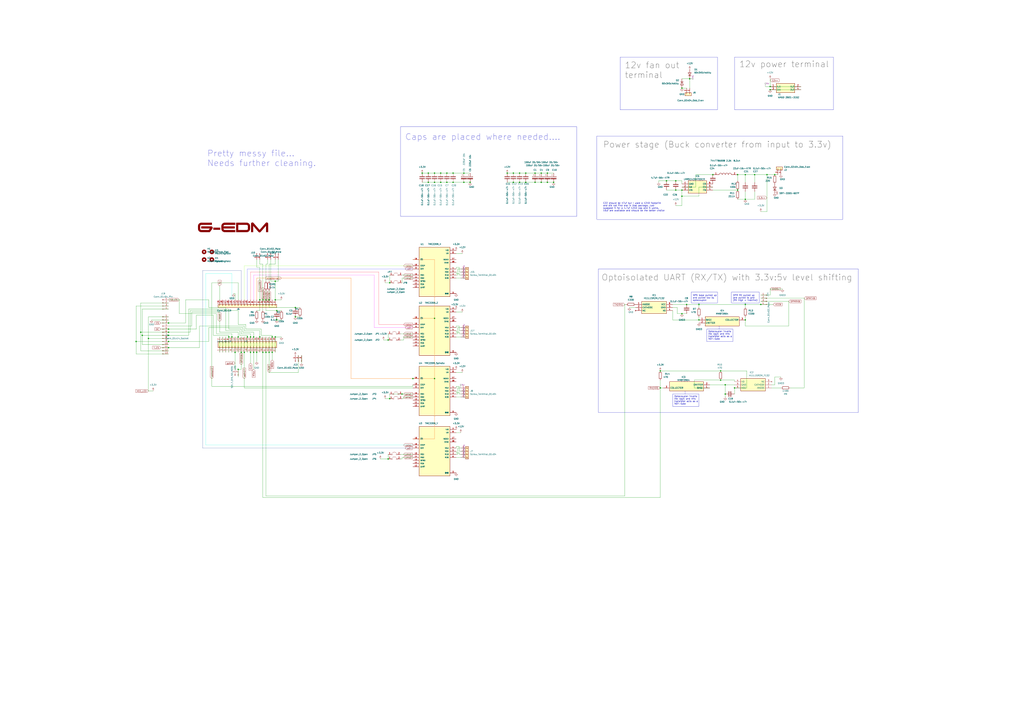
<source format=kicad_sch>
(kicad_sch (version 20230121) (generator eeschema)
  (paper "A1")
  (junction (at 431.8 149.86))
  (junction (at 138.43 273.05))
  (junction (at 367.03 142.24))
  (junction (at 542.29 304.8))
  (junction (at 195.58 303.53))
  (junction (at 318.77 377.19))
  (junction (at 218.44 289.56))
  (junction (at 416.56 142.24))
  (junction (at 138.43 270.51))
  (junction (at 208.28 276.86))
  (junction (at 195.58 276.86))
  (junction (at 356.87 311.15))
  (junction (at 320.04 327.66))
  (junction (at 554.99 148.59))
  (junction (at 612.14 143.51))
  (junction (at 190.5 276.86))
  (junction (at 542.29 318.77))
  (junction (at 426.72 149.86))
  (junction (at 595.63 323.85))
  (junction (at 205.74 276.86))
  (junction (at 372.11 142.24))
  (junction (at 574.04 262.89))
  (junction (at 242.57 260.35))
  (junction (at 361.95 149.86))
  (junction (at 351.79 149.86))
  (junction (at 444.5 142.24))
  (junction (at 624.84 250.19))
  (junction (at 138.43 285.75))
  (junction (at 444.5 149.86))
  (junction (at 449.58 142.24))
  (junction (at 226.06 231.14))
  (junction (at 560.07 156.21))
  (junction (at 439.42 149.86))
  (junction (at 226.06 276.86))
  (junction (at 220.98 289.56))
  (junction (at 227.33 262.89))
  (junction (at 213.36 276.86))
  (junction (at 356.87 261.62))
  (junction (at 213.36 246.38))
  (junction (at 346.71 142.24))
  (junction (at 367.03 149.86))
  (junction (at 386.08 149.86))
  (junction (at 636.27 143.51))
  (junction (at 210.82 289.56))
  (junction (at 454.66 149.86))
  (junction (at 220.98 246.38))
  (junction (at 585.47 143.51))
  (junction (at 351.79 142.24))
  (junction (at 426.72 142.24))
  (junction (at 560.07 72.39))
  (junction (at 203.2 276.86))
  (junction (at 356.87 149.86))
  (junction (at 560.07 161.29))
  (junction (at 566.42 64.77))
  (junction (at 381 149.86))
  (junction (at 632.46 73.66))
  (junction (at 218.44 246.38))
  (junction (at 339.09 311.15))
  (junction (at 449.58 149.86))
  (junction (at 223.52 289.56))
  (junction (at 116.84 275.59))
  (junction (at 318.77 279.4))
  (junction (at 574.04 250.19))
  (junction (at 612.14 262.89))
  (junction (at 193.04 289.56))
  (junction (at 629.92 143.51))
  (junction (at 223.52 276.86))
  (junction (at 603.25 318.77))
  (junction (at 138.43 265.43))
  (junction (at 547.37 148.59))
  (junction (at 208.28 289.56))
  (junction (at 356.87 142.24))
  (junction (at 560.07 257.81))
  (junction (at 361.95 142.24))
  (junction (at 111.76 280.67))
  (junction (at 605.79 143.51))
  (junction (at 421.64 142.24))
  (junction (at 200.66 289.56))
  (junction (at 205.74 289.56))
  (junction (at 121.92 278.13))
  (junction (at 431.8 142.24))
  (junction (at 215.9 246.38))
  (junction (at 632.46 71.12))
  (junction (at 439.42 142.24))
  (junction (at 421.64 149.86))
  (junction (at 138.43 280.67))
  (junction (at 187.96 276.86))
  (junction (at 612.14 250.19))
  (junction (at 381 142.24))
  (junction (at 242.57 252.73))
  (junction (at 320.04 232.41))
  (junction (at 605.79 156.21))
  (junction (at 138.43 275.59))
  (junction (at 619.76 143.51))
  (junction (at 591.82 312.42))
  (junction (at 115.57 273.05))
  (junction (at 330.2 323.85))
  (junction (at 591.82 304.8))
  (junction (at 227.33 255.27))
  (junction (at 595.63 316.23))
  (junction (at 554.99 156.21))
  (junction (at 612.14 163.83))
  (junction (at 215.9 289.56))
  (junction (at 563.88 250.19))
  (junction (at 372.11 149.86))
  (junction (at 226.06 246.38))
  (junction (at 198.12 289.56))
  (wire (pts (xy 331.47 326.39) (xy 331.47 327.66)))
  (wire (pts (xy 166.37 368.3) (xy 339.09 368.3)) (stroke (width 0) (color 51 83 160 1)))
  (wire (pts (xy 196.85 275.59) (xy 196.85 271.78)))
  (wire (pts (xy 166.37 222.25) (xy 198.12 222.25)) (stroke (width 0) (color 51 83 160 1)))
  (wire (pts (xy 570.23 312.42) (xy 591.82 312.42)))
  (wire (pts (xy 200.66 318.77) (xy 339.09 318.77)))
  (wire (pts (xy 157.48 256.54) (xy 180.34 256.54)))
  (wire (pts (xy 560.07 64.77) (xy 566.42 64.77)))
  (wire (pts (xy 138.43 273.05) (xy 156.21 273.05)))
  (wire (pts (xy 195.58 246.38) (xy 195.58 232.41)))
  (wire (pts (xy 330.2 377.19) (xy 330.2 375.92)))
  (wire (pts (xy 223.52 276.86) (xy 223.52 289.56)))
  (wire (pts (xy 330.2 375.92) (xy 339.09 375.92)))
  (wire (pts (xy 632.46 237.49) (xy 642.62 237.49)))
  (wire (pts (xy 157.48 267.97) (xy 157.48 256.54)))
  (wire (pts (xy 636.27 316.23) (xy 636.27 309.88)))
  (wire (pts (xy 378.46 226.06) (xy 377.19 226.06)))
  (wire (pts (xy 320.04 327.66) (xy 320.04 323.85)))
  (wire (pts (xy 612.14 260.35) (xy 612.14 262.89)))
  (wire (pts (xy 375.92 226.06) (xy 374.65 226.06)))
  (wire (pts (xy 173.99 232.41) (xy 173.99 317.5)))
  (wire (pts (xy 121.92 278.13) (xy 121.92 321.31)))
  (wire (pts (xy 595.63 323.85) (xy 595.63 326.39)))
  (wire (pts (xy 377.19 322.58) (xy 374.65 322.58)))
  (wire (pts (xy 560.07 148.59) (xy 554.99 148.59)))
  (wire (pts (xy 374.65 306.07) (xy 379.73 306.07)))
  (wire (pts (xy 180.34 276.86) (xy 180.34 289.56)))
  (wire (pts (xy 203.2 246.38) (xy 203.2 220.98)) (stroke (width 0) (color 72 81 255 1)))
  (wire (pts (xy 552.45 255.27) (xy 552.45 262.89)))
  (wire (pts (xy 226.06 217.17) (xy 226.06 213.36)))
  (wire (pts (xy 205.74 274.32) (xy 205.74 276.86)))
  (wire (pts (xy 195.58 273.05) (xy 195.58 276.86)))
  (wire (pts (xy 554.99 148.59) (xy 547.37 148.59)))
  (wire (pts (xy 426.72 142.24) (xy 431.8 142.24)))
  (wire (pts (xy 636.27 309.88) (xy 641.35 309.88)))
  (wire (pts (xy 213.36 271.78) (xy 213.36 276.86)))
  (wire (pts (xy 439.42 142.24) (xy 444.5 142.24)))
  (wire (pts (xy 242.57 260.35) (xy 246.38 260.35)))
  (wire (pts (xy 377.19 373.38) (xy 377.19 372.11)))
  (wire (pts (xy 213.36 255.27) (xy 210.82 255.27)))
  (wire (pts (xy 629.92 173.99) (xy 629.92 143.51)))
  (wire (pts (xy 195.58 266.7) (xy 201.93 266.7)))
  (wire (pts (xy 560.07 72.39) (xy 563.88 72.39)))
  (wire (pts (xy 374.65 228.6) (xy 378.46 228.6)))
  (wire (pts (xy 431.8 149.86) (xy 439.42 149.86)))
  (wire (pts (xy 203.2 276.86) (xy 203.2 289.56)))
  (wire (pts (xy 199.39 273.05) (xy 208.28 273.05)))
  (wire (pts (xy 152.4 246.38) (xy 152.4 265.43)))
  (wire (pts (xy 374.65 276.86) (xy 378.46 276.86)))
  (wire (pts (xy 203.2 275.59) (xy 196.85 275.59)))
  (wire (pts (xy 339.09 316.23) (xy 339.09 317.5)))
  (wire (pts (xy 328.93 373.38) (xy 339.09 373.38)))
  (wire (pts (xy 377.19 223.52) (xy 377.19 219.71)))
  (wire (pts (xy 152.4 265.43) (xy 138.43 265.43)))
  (wire (pts (xy 377.19 219.71) (xy 374.65 219.71)))
  (wire (pts (xy 182.88 276.86) (xy 182.88 289.56)))
  (wire (pts (xy 367.03 149.86) (xy 372.11 149.86)))
  (wire (pts (xy 205.74 223.52) (xy 311.15 223.52)) (stroke (width 0) (color 255 54 79 1)))
  (wire (pts (xy 374.65 367.03) (xy 374.65 368.3)))
  (wire (pts (xy 378.46 368.3) (xy 375.92 368.3)))
  (wire (pts (xy 193.04 276.86) (xy 193.04 289.56)))
  (wire (pts (xy 199.39 269.24) (xy 199.39 273.05)))
  (wire (pts (xy 218.44 276.86) (xy 218.44 289.56)))
  (wire (pts (xy 574.04 153.67) (xy 574.04 161.29)))
  (wire (pts (xy 541.02 149.86) (xy 541.02 148.59)))
  (wire (pts (xy 116.84 283.21) (xy 116.84 275.59)))
  (wire (pts (xy 377.19 273.05) (xy 374.65 273.05)))
  (wire (pts (xy 218.44 255.27) (xy 218.44 246.38)))
  (wire (pts (xy 563.88 250.19) (xy 574.04 250.19)))
  (wire (pts (xy 111.76 251.46) (xy 111.76 280.67)))
  (wire (pts (xy 377.19 271.78) (xy 377.19 267.97)))
  (wire (pts (xy 215.9 289.56) (xy 215.9 408.94)))
  (wire (pts (xy 560.07 161.29) (xy 560.07 168.91)))
  (wire (pts (xy 449.58 149.86) (xy 454.66 149.86)))
  (wire (pts (xy 121.92 278.13) (xy 138.43 278.13)))
  (wire (pts (xy 201.93 270.51) (xy 214.63 270.51)))
  (wire (pts (xy 378.46 274.32) (xy 377.19 274.32)))
  (wire (pts (xy 173.99 317.5) (xy 339.09 317.5)))
  (wire (pts (xy 195.58 276.86) (xy 195.58 289.56)))
  (wire (pts (xy 513.08 250.19) (xy 513.08 407.67)))
  (wire (pts (xy 595.63 316.23) (xy 595.63 323.85)))
  (wire (pts (xy 612.14 143.51) (xy 619.76 143.51)))
  (wire (pts (xy 374.65 271.78) (xy 374.65 273.05)))
  (wire (pts (xy 166.37 222.25) (xy 166.37 368.3)) (stroke (width 0) (color 51 83 160 1)))
  (wire (pts (xy 205.74 289.56) (xy 205.74 298.45)))
  (wire (pts (xy 570.23 318.77) (xy 570.23 312.42)))
  (wire (pts (xy 381 142.24) (xy 386.08 142.24)))
  (wire (pts (xy 193.04 241.3) (xy 193.04 246.38)))
  (wire (pts (xy 381 149.86) (xy 386.08 149.86)))
  (wire (pts (xy 185.42 252.73) (xy 185.42 271.78)))
  (wire (pts (xy 227.33 260.35) (xy 227.33 262.89)))
  (wire (pts (xy 439.42 149.86) (xy 444.5 149.86)))
  (wire (pts (xy 168.91 365.76) (xy 339.09 365.76)) (stroke (width 0) (color 48 255 230 1)))
  (wire (pts (xy 227.33 262.89) (xy 231.14 262.89)))
  (wire (pts (xy 138.43 290.83) (xy 111.76 290.83)))
  (wire (pts (xy 513.08 250.19) (xy 514.35 250.19)))
  (wire (pts (xy 582.93 316.23) (xy 595.63 316.23)))
  (wire (pts (xy 175.26 259.08) (xy 175.26 275.59)))
  (wire (pts (xy 138.43 251.46) (xy 111.76 251.46)))
  (wire (pts (xy 605.79 143.51) (xy 605.79 148.59)))
  (wire (pts (xy 115.57 248.92) (xy 115.57 273.05)))
  (wire (pts (xy 203.2 220.98) (xy 339.09 220.98)) (stroke (width 0) (color 72 81 255 1)))
  (wire (pts (xy 330.2 323.85) (xy 339.09 323.85)))
  (wire (pts (xy 377.19 323.85) (xy 377.19 322.58)))
  (wire (pts (xy 552.45 250.19) (xy 563.88 250.19)))
  (wire (pts (xy 560.07 161.29) (xy 574.04 161.29)))
  (wire (pts (xy 320.04 226.06) (xy 320.04 232.41)))
  (wire (pts (xy 328.93 279.4) (xy 331.47 279.4)))
  (wire (pts (xy 632.46 73.66) (xy 657.86 73.66)))
  (wire (pts (xy 111.76 290.83) (xy 111.76 280.67)))
  (wire (pts (xy 220.98 217.17) (xy 220.98 231.14)))
  (wire (pts (xy 231.14 276.86) (xy 226.06 276.86)))
  (wire (pts (xy 138.43 270.51) (xy 161.29 270.51)))
  (wire (pts (xy 541.02 148.59) (xy 547.37 148.59)))
  (wire (pts (xy 213.36 213.36) (xy 213.36 217.17)))
  (wire (pts (xy 161.29 270.51) (xy 161.29 259.08)))
  (wire (pts (xy 198.12 270.51) (xy 198.12 274.32)))
  (wire (pts (xy 516.89 252.73) (xy 521.97 252.73)))
  (wire (pts (xy 421.64 142.24) (xy 426.72 142.24)))
  (wire (pts (xy 612.14 250.19) (xy 612.14 252.73)))
  (wire (pts (xy 375.92 323.85) (xy 374.65 323.85)))
  (wire (pts (xy 226.06 231.14) (xy 226.06 246.38)))
  (wire (pts (xy 187.96 270.51) (xy 198.12 270.51)))
  (wire (pts (xy 210.82 246.38) (xy 210.82 228.6)) (stroke (width 0.3) (color 255 171 97 1)))
  (wire (pts (xy 552.45 252.73) (xy 556.26 252.73)))
  (wire (pts (xy 542.29 312.42) (xy 542.29 318.77)))
  (wire (pts (xy 307.34 269.24) (xy 339.09 269.24)) (stroke (width 0) (color 251 48 255 1)))
  (wire (pts (xy 374.65 219.71) (xy 374.65 220.98)))
  (wire (pts (xy 215.9 217.17) (xy 215.9 246.38)))
  (wire (pts (xy 356.87 142.24) (xy 361.95 142.24)))
  (wire (pts (xy 374.65 256.54) (xy 379.73 256.54)))
  (wire (pts (xy 138.43 285.75) (xy 163.83 285.75)))
  (wire (pts (xy 361.95 149.86) (xy 356.87 149.86)))
  (wire (pts (xy 171.45 252.73) (xy 185.42 252.73)))
  (wire (pts (xy 612.14 262.89) (xy 612.14 267.97)))
  (wire (pts (xy 331.47 276.86) (xy 339.09 276.86)))
  (wire (pts (xy 426.72 149.86) (xy 431.8 149.86)))
  (wire (pts (xy 374.65 326.39) (xy 378.46 326.39)))
  (wire (pts (xy 591.82 304.8) (xy 613.41 304.8)))
  (wire (pts (xy 226.06 276.86) (xy 226.06 289.56)))
  (wire (pts (xy 377.19 317.5) (xy 374.65 317.5)))
  (wire (pts (xy 378.46 318.77) (xy 375.92 318.77)))
  (wire (pts (xy 444.5 149.86) (xy 449.58 149.86)))
  (wire (pts (xy 191.77 241.3) (xy 193.04 241.3)))
  (wire (pts (xy 210.82 219.71) (xy 213.36 219.71)))
  (wire (pts (xy 375.92 269.24) (xy 375.92 274.32)))
  (wire (pts (xy 200.66 276.86) (xy 200.66 289.56)))
  (wire (pts (xy 374.65 267.97) (xy 374.65 269.24)))
  (wire (pts (xy 374.65 355.6) (xy 378.46 355.6)))
  (wire (pts (xy 311.15 266.7) (xy 339.09 266.7)) (stroke (width 0) (color 255 54 79 1)))
  (polyline (pts (xy 574.04 248.92) (xy 574.04 250.19)))
  (wire (pts (xy 560.07 153.67) (xy 571.5 153.67)))
  (wire (pts (xy 214.63 270.51) (xy 214.63 275.59)))
  (wire (pts (xy 660.4 318.77) (xy 648.97 318.77)))
  (wire (pts (xy 316.23 232.41) (xy 320.04 232.41)))
  (wire (pts (xy 449.58 142.24) (xy 454.66 142.24)))
  (wire (pts (xy 552.45 262.89) (xy 574.04 262.89)))
  (wire (pts (xy 356.87 360.68) (xy 339.09 360.68)) (stroke (width 0.3) (color 255 171 97 1)))
  (wire (pts (xy 220.98 217.17) (xy 226.06 217.17)))
  (wire (pts (xy 603.25 318.77) (xy 603.25 323.85)))
  (wire (pts (xy 605.79 143.51) (xy 612.14 143.51)))
  (wire (pts (xy 378.46 370.84) (xy 377.19 370.84)))
  (wire (pts (xy 208.28 246.38) (xy 208.28 226.06)) (stroke (width 0) (color 251 48 255 1)))
  (wire (pts (xy 208.28 273.05) (xy 208.28 276.86)))
  (wire (pts (xy 628.65 71.12) (xy 632.46 71.12)))
  (wire (pts (xy 330.2 323.85) (xy 322.58 323.85)))
  (wire (pts (xy 563.88 257.81) (xy 560.07 257.81)))
  (wire (pts (xy 542.29 408.94) (xy 215.9 408.94)))
  (wire (pts (xy 595.63 316.23) (xy 603.25 316.23)))
  (wire (pts (xy 138.43 280.67) (xy 171.45 280.67)))
  (wire (pts (xy 121.92 260.35) (xy 138.43 260.35)))
  (wire (pts (xy 215.9 276.86) (xy 215.9 289.56)))
  (wire (pts (xy 222.25 213.36) (xy 222.25 231.14)))
  (wire (pts (xy 372.11 142.24) (xy 381 142.24)))
  (wire (pts (xy 215.9 217.17) (xy 213.36 217.17)))
  (wire (pts (xy 330.2 327.66) (xy 331.47 327.66)))
  (wire (pts (xy 632.46 71.12) (xy 657.86 71.12)))
  (wire (pts (xy 200.66 267.97) (xy 200.66 271.78)))
  (wire (pts (xy 330.2 226.06) (xy 339.09 226.06)))
  (wire (pts (xy 288.29 311.15) (xy 339.09 311.15)) (stroke (width 0.3) (color 255 171 97 1)))
  (polyline (pts (xy 590.55 267.97) (xy 590.55 270.51)))
  (wire (pts (xy 375.92 318.77) (xy 375.92 323.85)))
  (wire (pts (xy 311.15 223.52) (xy 311.15 266.7)) (stroke (width 0) (color 255 54 79 1)))
  (wire (pts (xy 346.71 142.24) (xy 351.79 142.24)))
  (wire (pts (xy 632.46 64.77) (xy 632.46 71.12)))
  (wire (pts (xy 219.71 217.17) (xy 218.44 217.17)))
  (wire (pts (xy 554.99 156.21) (xy 560.07 156.21)))
  (wire (pts (xy 193.04 289.56) (xy 193.04 303.53)))
  (wire (pts (xy 624.84 245.11) (xy 660.4 245.11)))
  (wire (pts (xy 328.93 377.19) (xy 330.2 377.19)))
  (wire (pts (xy 361.95 142.24) (xy 367.03 142.24)))
  (wire (pts (xy 175.26 275.59) (xy 187.96 275.59)))
  (wire (pts (xy 356.87 311.15) (xy 339.09 311.15)) (stroke (width 0.3) (color 255 171 97 1)))
  (wire (pts (xy 431.8 142.24) (xy 439.42 142.24)))
  (wire (pts (xy 187.96 276.86) (xy 187.96 289.56)))
  (wire (pts (xy 121.92 278.13) (xy 121.92 260.35)))
  (wire (pts (xy 416.56 149.86) (xy 421.64 149.86)))
  (wire (pts (xy 201.93 266.7) (xy 201.93 270.51)))
  (wire (pts (xy 372.11 149.86) (xy 381 149.86)))
  (wire (pts (xy 220.98 306.07) (xy 245.11 306.07)))
  (wire (pts (xy 574.04 252.73) (xy 574.04 250.19)))
  (wire (pts (xy 138.43 248.92) (xy 115.57 248.92)))
  (wire (pts (xy 185.42 276.86) (xy 185.42 289.56)))
  (wire (pts (xy 115.57 273.05) (xy 115.57 288.29)))
  (wire (pts (xy 619.76 157.48) (xy 619.76 163.83)))
  (wire (pts (xy 210.82 213.36) (xy 210.82 219.71)))
  (wire (pts (xy 356.87 213.36) (xy 356.87 261.62)) (stroke (width 0.3) (color 255 171 97 1)))
  (wire (pts (xy 605.79 163.83) (xy 612.14 163.83)))
  (wire (pts (xy 318.77 274.32) (xy 318.77 279.4)))
  (wire (pts (xy 612.14 163.83) (xy 612.14 157.48)))
  (wire (pts (xy 190.5 224.79) (xy 190.5 246.38)) (stroke (width 0) (color 48 255 230 1)))
  (wire (pts (xy 210.82 297.18) (xy 210.82 289.56)))
  (wire (pts (xy 205.74 276.86) (xy 205.74 289.56)))
  (wire (pts (xy 227.33 255.27) (xy 218.44 255.27)))
  (wire (pts (xy 378.46 269.24) (xy 375.92 269.24)))
  (wire (pts (xy 187.96 254) (xy 187.96 270.51)))
  (wire (pts (xy 377.19 226.06) (xy 377.19 224.79)))
  (wire (pts (xy 374.65 223.52) (xy 374.65 224.79)))
  (wire (pts (xy 375.92 220.98) (xy 375.92 226.06)))
  (wire (pts (xy 111.76 280.67) (xy 138.43 280.67)))
  (wire (pts (xy 356.87 149.86) (xy 351.79 149.86)))
  (wire (pts (xy 163.83 267.97) (xy 200.66 267.97)))
  (wire (pts (xy 571.5 153.67) (xy 571.5 143.51)))
  (wire (pts (xy 377.19 367.03) (xy 374.65 367.03)))
  (wire (pts (xy 220.98 252.73) (xy 220.98 246.38)))
  (wire (pts (xy 138.43 246.38) (xy 147.32 246.38)))
  (wire (pts (xy 421.64 149.86) (xy 426.72 149.86)))
  (wire (pts (xy 542.29 304.8) (xy 591.82 304.8)))
  (wire (pts (xy 356.87 261.62) (xy 356.87 311.15)) (stroke (width 0.3) (color 255 171 97 1)))
  (wire (pts (xy 560.07 148.59) (xy 560.07 151.13)))
  (wire (pts (xy 177.8 257.81) (xy 177.8 274.32)))
  (wire (pts (xy 307.34 226.06) (xy 307.34 269.24)) (stroke (width 0) (color 251 48 255 1)))
  (wire (pts (xy 215.9 246.38) (xy 215.9 255.27)))
  (wire (pts (xy 375.92 368.3) (xy 375.92 373.38)))
  (wire (pts (xy 377.19 274.32) (xy 377.19 273.05)))
  (wire (pts (xy 356.87 261.62) (xy 339.09 261.62)) (stroke (width 0.3) (color 255 171 97 1)))
  (wire (pts (xy 198.12 274.32) (xy 205.74 274.32)))
  (wire (pts (xy 331.47 326.39) (xy 339.09 326.39)))
  (wire (pts (xy 542.29 318.77) (xy 542.29 408.94)))
  (wire (pts (xy 375.92 274.32) (xy 374.65 274.32)))
  (wire (pts (xy 161.29 259.08) (xy 175.26 259.08)))
  (wire (pts (xy 351.79 142.24) (xy 356.87 142.24)))
  (wire (pts (xy 147.32 246.38) (xy 147.32 257.81)))
  (wire (pts (xy 374.65 375.92) (xy 378.46 375.92)))
  (wire (pts (xy 190.5 274.32) (xy 190.5 276.86)))
  (wire (pts (xy 208.28 303.53) (xy 208.28 289.56)))
  (wire (pts (xy 574.04 250.19) (xy 612.14 250.19)))
  (wire (pts (xy 138.43 283.21) (xy 116.84 283.21)))
  (wire (pts (xy 612.14 267.97) (xy 647.7 267.97)))
  (wire (pts (xy 200.66 246.38) (xy 200.66 218.44)) (stroke (width 0) (color 162 255 80 1)))
  (wire (pts (xy 635 250.19) (xy 624.84 250.19)))
  (wire (pts (xy 208.28 276.86) (xy 208.28 289.56)))
  (wire (pts (xy 361.95 149.86) (xy 367.03 149.86)))
  (wire (pts (xy 374.65 317.5) (xy 374.65 318.77)))
  (wire (pts (xy 198.12 222.25) (xy 198.12 246.38)) (stroke (width 0) (color 51 83 160 1)))
  (wire (pts (xy 213.36 219.71) (xy 213.36 246.38)))
  (polyline (pts (xy 562.61 321.31) (xy 562.61 323.85)))
  (wire (pts (xy 195.58 303.53) (xy 195.58 309.88)))
  (wire (pts (xy 152.4 246.38) (xy 171.45 246.38)))
  (wire (pts (xy 226.06 246.38) (xy 231.14 246.38)))
  (wire (pts (xy 200.66 218.44) (xy 339.09 218.44)) (stroke (width 0) (color 162 255 80 1)))
  (wire (pts (xy 378.46 373.38) (xy 377.19 373.38)))
  (wire (pts (xy 223.52 289.56) (xy 223.52 295.91)))
  (wire (pts (xy 218.44 289.56) (xy 218.44 407.67)))
  (wire (pts (xy 571.5 143.51) (xy 585.47 143.51)))
  (wire (pts (xy 187.96 275.59) (xy 187.96 276.86)))
  (wire (pts (xy 378.46 323.85) (xy 377.19 323.85)))
  (wire (pts (xy 560.07 257.81) (xy 556.26 257.81)))
  (wire (pts (xy 116.84 254) (xy 116.84 275.59)))
  (wire (pts (xy 612.14 163.83) (xy 619.76 163.83)))
  (wire (pts (xy 180.34 256.54) (xy 180.34 273.05)))
  (wire (pts (xy 124.46 262.89) (xy 138.43 262.89)))
  (wire (pts (xy 416.56 142.24) (xy 421.64 142.24)))
  (wire (pts (xy 115.57 273.05) (xy 138.43 273.05)))
  (wire (pts (xy 542.29 318.77) (xy 544.83 318.77)))
  (wire (pts (xy 220.98 276.86) (xy 220.98 289.56)))
  (wire (pts (xy 171.45 246.38) (xy 171.45 252.73)))
  (wire (pts (xy 190.5 224.79) (xy 168.91 224.79)) (stroke (width 0) (color 48 255 230 1)))
  (wire (pts (xy 556.26 257.81) (xy 556.26 252.73)))
  (wire (pts (xy 633.73 316.23) (xy 636.27 316.23)))
  (wire (pts (xy 331.47 279.4) (xy 331.47 276.86)))
  (wire (pts (xy 636.27 143.51) (xy 638.81 143.51)))
  (wire (pts (xy 220.98 289.56) (xy 220.98 306.07)))
  (wire (pts (xy 647.7 247.65) (xy 647.7 267.97)))
  (wire (pts (xy 115.57 288.29) (xy 138.43 288.29)))
  (wire (pts (xy 220.98 238.76) (xy 220.98 246.38)))
  (wire (pts (xy 288.29 311.15) (xy 288.29 228.6)) (stroke (width 0.3) (color 255 171 97 1)))
  (wire (pts (xy 171.45 280.67) (xy 171.45 269.24)))
  (wire (pts (xy 377.19 321.31) (xy 377.19 317.5)))
  (wire (pts (xy 210.82 276.86) (xy 210.82 289.56)))
  (wire (pts (xy 213.36 246.38) (xy 213.36 255.27)))
  (wire (pts (xy 220.98 252.73) (xy 242.57 252.73)))
  (wire (pts (xy 632.46 237.49) (xy 632.46 242.57)))
  (wire (pts (xy 132.08 285.75) (xy 138.43 285.75)))
  (wire (pts (xy 660.4 245.11) (xy 660.4 318.77)))
  (wire (pts (xy 629.92 143.51) (xy 636.27 143.51)))
  (wire (pts (xy 585.47 156.21) (xy 605.79 156.21)))
  (wire (pts (xy 444.5 142.24) (xy 449.58 142.24)))
  (wire (pts (xy 318.77 373.38) (xy 318.77 377.19)))
  (wire (pts (xy 374.65 208.28) (xy 379.73 208.28)))
  (wire (pts (xy 177.8 274.32) (xy 190.5 274.32)))
  (wire (pts (xy 163.83 285.75) (xy 163.83 267.97)))
  (wire (pts (xy 138.43 254) (xy 116.84 254)))
  (wire (pts (xy 374.65 370.84) (xy 374.65 372.11)))
  (wire (pts (xy 154.94 254) (xy 187.96 254)))
  (wire (pts (xy 138.43 275.59) (xy 154.94 275.59)))
  (polyline (pts (xy 612.14 248.92) (xy 612.14 250.19)))
  (wire (pts (xy 195.58 303.53) (xy 198.12 303.53)))
  (wire (pts (xy 378.46 220.98) (xy 375.92 220.98)))
  (wire (pts (xy 223.52 275.59) (xy 223.52 276.86)))
  (wire (pts (xy 624.84 173.99) (xy 629.92 173.99)))
  (wire (pts (xy 641.35 318.77) (xy 633.73 318.77)))
  (wire (pts (xy 198.12 289.56) (xy 198.12 303.53)))
  (wire (pts (xy 200.66 271.78) (xy 213.36 271.78)))
  (wire (pts (xy 377.19 372.11) (xy 374.65 372.11)))
  (wire (pts (xy 154.94 275.59) (xy 154.94 254)))
  (wire (pts (xy 195.58 232.41) (xy 173.99 232.41)))
  (wire (pts (xy 619.76 143.51) (xy 619.76 149.86)))
  (wire (pts (xy 147.32 257.81) (xy 177.8 257.81)))
  (wire (pts (xy 190.5 276.86) (xy 190.5 289.56)))
  (wire (pts (xy 210.82 228.6) (xy 288.29 228.6)) (stroke (width 0.3) (color 255 171 97 1)))
  (wire (pts (xy 214.63 275.59) (xy 223.52 275.59)))
  (wire (pts (xy 375.92 373.38) (xy 374.65 373.38)))
  (wire (pts (xy 378.46 271.78) (xy 377.19 271.78)))
  (wire (pts (xy 566.42 72.39) (xy 566.42 64.77)))
  (wire (pts (xy 218.44 238.76) (xy 218.44 246.38)))
  (wire (pts (xy 374.65 321.31) (xy 374.65 322.58)))
  (wire (pts (xy 312.42 377.19) (xy 318.77 377.19)))
  (wire (pts (xy 200.66 289.56) (xy 200.66 318.77)))
  (wire (pts (xy 603.25 312.42) (xy 603.25 313.69)))
  (wire (pts (xy 378.46 321.31) (xy 377.19 321.31)))
  (wire (pts (xy 624.84 247.65) (xy 647.7 247.65)))
  (wire (pts (xy 612.14 143.51) (xy 612.14 149.86)))
  (wire (pts (xy 619.76 143.51) (xy 629.92 143.51)))
  (wire (pts (xy 339.09 213.36) (xy 356.87 213.36)) (stroke (width 0.3) (color 255 171 97 1)))
  (wire (pts (xy 314.96 279.4) (xy 318.77 279.4)))
  (wire (pts (xy 316.23 327.66) (xy 320.04 327.66)))
  (wire (pts (xy 205.74 223.52) (xy 205.74 246.38)) (stroke (width 0) (color 255 54 79 1)))
  (wire (pts (xy 591.82 312.42) (xy 603.25 312.42)))
  (wire (pts (xy 121.92 321.31) (xy 125.73 321.31)))
  (wire (pts (xy 554.99 168.91) (xy 560.07 168.91)))
  (wire (pts (xy 574.04 153.67) (xy 585.47 153.67)))
  (wire (pts (xy 351.79 149.86) (xy 346.71 149.86)))
  (wire (pts (xy 138.43 267.97) (xy 157.48 267.97)))
  (wire (pts (xy 198.12 276.86) (xy 198.12 289.56)))
  (wire (pts (xy 218.44 407.67) (xy 513.08 407.67)))
  (wire (pts (xy 180.34 273.05) (xy 195.58 273.05)))
  (wire (pts (xy 195.58 255.27) (xy 195.58 266.7)))
  (wire (pts (xy 132.08 265.43) (xy 138.43 265.43)))
  (wire (pts (xy 377.19 370.84) (xy 377.19 367.03)))
  (wire (pts (xy 612.14 250.19) (xy 624.84 250.19)))
  (wire (pts (xy 218.44 217.17) (xy 218.44 231.14)))
  (wire (pts (xy 180.34 234.95) (xy 180.34 246.38)))
  (wire (pts (xy 330.2 232.41) (xy 330.2 228.6)))
  (wire (pts (xy 168.91 224.79) (xy 168.91 365.76)) (stroke (width 0) (color 48 255 230 1)))
  (wire (pts (xy 156.21 255.27) (xy 195.58 255.27)))
  (wire (pts (xy 245.11 292.1) (xy 245.11 306.07)))
  (wire (pts (xy 367.03 142.24) (xy 372.11 142.24)))
  (wire (pts (xy 378.46 223.52) (xy 377.19 223.52)))
  (wire (pts (xy 247.65 298.45) (xy 247.65 292.1)))
  (wire (pts (xy 330.2 228.6) (xy 339.09 228.6)))
  (wire (pts (xy 208.28 226.06) (xy 307.34 226.06)) (stroke (width 0) (color 251 48 255 1)))
  (wire (pts (xy 116.84 275.59) (xy 138.43 275.59)))
  (wire (pts (xy 632.46 242.57) (xy 624.84 242.57)))
  (wire (pts (xy 377.19 267.97) (xy 374.65 267.97)))
  (wire (pts (xy 574.04 262.89) (xy 574.04 260.35)))
  (wire (pts (xy 613.41 304.8) (xy 613.41 318.77)))
  (wire (pts (xy 560.07 156.21) (xy 560.07 161.29)))
  (wire (pts (xy 219.71 213.36) (xy 219.71 217.17)))
  (wire (pts (xy 242.57 252.73) (xy 246.38 252.73)))
  (wire (pts (xy 377.19 224.79) (xy 374.65 224.79)))
  (wire (pts (xy 603.25 318.77) (xy 613.41 318.77)))
  (wire (pts (xy 171.45 269.24) (xy 199.39 269.24)))
  (wire (pts (xy 185.42 271.78) (xy 196.85 271.78)))
  (wire (pts (xy 228.6 213.36) (xy 228.6 231.14)))
  (wire (pts (xy 213.36 276.86) (xy 213.36 289.56)))
  (wire (pts (xy 328.93 274.32) (xy 339.09 274.32)))
  (wire (pts (xy 222.25 231.14) (xy 226.06 231.14)))
  (wire (pts (xy 582.93 318.77) (xy 570.23 318.77)))
  (wire (pts (xy 132.08 270.51) (xy 138.43 270.51)))
  (wire (pts (xy 547.37 156.21) (xy 554.99 156.21)))
  (wire (pts (xy 156.21 273.05) (xy 156.21 255.27)))
  (wire (pts (xy 226.06 231.14) (xy 228.6 231.14)))
  (wire (pts (xy 227.33 255.27) (xy 231.14 255.27)))
  (wire (pts (xy 203.2 276.86) (xy 203.2 275.59)))
  (wire (pts (xy 356.87 311.15) (xy 356.87 360.68)) (stroke (width 0.3) (color 255 171 97 1)))
  (rectangle (start 567.69 240.03) (end 589.28 248.92))
  (rectangle (start 491.49 220.98) (end 704.85 339.09))
  (rectangle (start 603.25 46.99) (end 684.53 90.17))
  (rectangle (start 552.45 323.85) (end 574.04 334.01))
  (rectangle (start 600.71 240.03) (end 623.57 248.92))
  (rectangle (start 580.39 270.51) (end 601.98 280.67))
  (rectangle (start 490.22 111.76) (end 692.15 180.34))
  (rectangle (start 509.27 46.99) (end 589.28 90.17))
  (rectangle (start 328.93 104.14) (end 473.71 177.8))
  (text "Optocoupler inverts \nthe logic and this\ntransistor acts as a \nNOT-Gate" (at 581.66 279.4 0) (effects (font (size 1.27 1.27)) (justify left bottom)))
  (text "DPM RX pulled up\nand pulled to gnd\n(RX high = inactive)" (at 601.98 247.65 0) (effects (font (size 1.27 1.27)) (justify left bottom)))
  (text "C22 should be 47uf but I used a 1210 footprint\nand did not find one in that package. Just\nswapped it for a 4.7uf 1210 cap and it works.\n10uf are available and should be the better choice" (at 495.3 173.99 0) (effects (font (size 1.27 1.27)) (justify left bottom)))
  (text "12v fan out \nterminal" (at 513.08 64.77 0) (effects (font (size 5 5)) (justify left bottom)))
  (text "NPN base pulled up\nand pulled low by\noptocoupler" (at 568.96 247.65 0) (effects (font (size 1.27 1.27)) (justify left bottom)))
  (text "Pretty messy file...\nNeeds further cleaning." (at 170.18 137.16 0) (effects (font (size 5 5)) (justify left bottom)))
  (text "Optocoupler inverts \nthe logic and this\ntransistor acts as a \nNOT-Gate" (at 553.72 332.74 0) (effects (font (size 1.27 1.27)) (justify left bottom)))
  (text "12v power terminal" (at 607.06 55.88 0) (effects (font (size 5 5)) (justify left bottom)))
  (text "Caps are placed where needed...." (at 332.74 115.57 0) (effects (font (size 5 5)) (justify left bottom)))
  (text "Power stage (Buck converter from input to 3.3v)" (at 495.3 121.92 0) (effects (font (size 5 5)) (justify left bottom)))
  (text "Optoisolated UART (RX/TX) with 3.3v:5v level shifting" (at 494.03 231.14 0) (effects (font (size 5 5)) (justify left bottom)))
  (global_label "ams2" (shape input) (at 331.47 326.39 0) (property "Intersheetrefs" "${INTERSHEET_REFS}" (effects hide)) (property "Referenzen zwischen Schaltplänen" "${INTERSHEET_REFS}" (effects hide)))
  (global_label "DPMTXB" (shape input) (at 660.4 245.11 0) (property "Intersheetrefs" "${INTERSHEET_REFS}" (effects hide)))
  (global_label "ystep" (shape input) (at 331.47 365.76 0) (property "Intersheetrefs" "${INTERSHEET_REFS}" (effects hide)) (property "Referenzen zwischen Schaltplänen" "${INTERSHEET_REFS}" (effects hide)))
  (global_label "3.3v+" (shape input) (at 629.92 162.56 180) (property "Intersheetrefs" "${INTERSHEET_REFS}" (effects hide)) (property "Referenzen zwischen Schaltplänen" "${INTERSHEET_REFS}" (effects hide)))
  (global_label "xdir" (shape input) (at 332.74 220.98 0) (property "Intersheetrefs" "${INTERSHEET_REFS}" (effects hide)) (property "Referenzen zwischen Schaltplänen" "${INTERSHEET_REFS}" (effects hide)))
  (global_label "zstep" (shape input) (at 331.47 266.7 0) (property "Intersheetrefs" "${INTERSHEET_REFS}" (effects hide)) (property "Referenzen zwischen Schaltplänen" "${INTERSHEET_REFS}" (effects hide)))
  (global_label "VCC_LED" (shape input) (at 121.92 321.31 180) (property "Intersheetrefs" "${INTERSHEET_REFS}" (effects hide)) (property "Referenzen zwischen Schaltplänen" "${INTERSHEET_REFS}" (effects hide)))
  (global_label "ams1" (shape input) (at 331.47 323.85 0) (property "Intersheetrefs" "${INTERSHEET_REFS}" (effects hide)) (property "Referenzen zwischen Schaltplänen" "${INTERSHEET_REFS}" (effects hide)))
  (global_label "input35" (shape input) (at 213.36 229.87 270) (property "Intersheetrefs" "${INTERSHEET_REFS}" (effects hide)) (property "Referenzen zwischen Schaltplänen" "${INTERSHEET_REFS}" (effects hide)))
  (global_label "zms1" (shape input) (at 331.47 274.32 0) (property "Intersheetrefs" "${INTERSHEET_REFS}" (effects hide)) (property "Referenzen zwischen Schaltplänen" "${INTERSHEET_REFS}" (effects hide)))
  (global_label "xms1" (shape input) (at 331.47 226.06 0) (property "Intersheetrefs" "${INTERSHEET_REFS}" (effects hide)) (property "Referenzen zwischen Schaltplänen" "${INTERSHEET_REFS}" (effects hide)))
  (global_label "VCCB" (shape input) (at 635 250.19 0) (property "Intersheetrefs" "${INTERSHEET_REFS}" (effects hide)))
  (global_label "TX(IO1)" (shape input) (at 513.08 250.19 180) (property "Intersheetrefs" "${INTERSHEET_REFS}" (effects hide)))
  (global_label "zdir" (shape input) (at 332.74 269.24 0) (property "Intersheetrefs" "${INTERSHEET_REFS}" (effects hide)) (property "Referenzen zwischen Schaltplänen" "${INTERSHEET_REFS}" (effects hide)))
  (global_label "yms2" (shape input) (at 331.47 375.92 0) (property "Intersheetrefs" "${INTERSHEET_REFS}" (effects hide)) (property "Referenzen zwischen Schaltplänen" "${INTERSHEET_REFS}" (effects hide)))
  (global_label "yms1" (shape input) (at 331.47 373.38 0) (property "Intersheetrefs" "${INTERSHEET_REFS}" (effects hide)) (property "Referenzen zwischen Schaltplänen" "${INTERSHEET_REFS}" (effects hide)))
  (global_label "adir17" (shape input) (at 200.66 311.15 90) (property "Intersheetrefs" "${INTERSHEET_REFS}" (effects hide)) (property "Referenzen zwischen Schaltplänen" "${INTERSHEET_REFS}" (effects hide)))
  (global_label "12v+" (shape input) (at 632.46 66.04 0) (property "Intersheetrefs" "${INTERSHEET_REFS}" (effects hide)) (property "Referenzen zwischen Schaltplänen" "${INTERSHEET_REFS}" (effects hide)))
  (global_label "CLK" (shape input) (at 205.74 298.45 270) (property "Intersheetrefs" "${INTERSHEET_REFS}" (effects hide)) (property "Referenzen zwischen Schaltplänen" "${INTERSHEET_REFS}" (effects hide)))
  (global_label "DPMRXB" (shape input) (at 647.7 247.65 0) (property "Intersheetrefs" "${INTERSHEET_REFS}" (effects hide)))
  (global_label "zms2" (shape input) (at 331.47 276.86 0) (property "Intersheetrefs" "${INTERSHEET_REFS}" (effects hide)) (property "Referenzen zwischen Schaltplänen" "${INTERSHEET_REFS}" (effects hide)))
  (global_label "Limit39" (shape input) (at 218.44 238.76 270) (property "Intersheetrefs" "${INTERSHEET_REFS}" (effects hide)) (property "Referenzen zwischen Schaltplänen" "${INTERSHEET_REFS}" (effects hide)))
  (global_label "vSense34" (shape input) (at 215.9 236.22 270) (property "Intersheetrefs" "${INTERSHEET_REFS}" (effects hide)) (property "Referenzen zwischen Schaltplänen" "${INTERSHEET_REFS}" (effects hide)))
  (global_label "DC" (shape input) (at 132.08 270.51 180) (property "Intersheetrefs" "${INTERSHEET_REFS}" (effects hide)) (property "Referenzen zwischen Schaltplänen" "${INTERSHEET_REFS}" (effects hide)))
  (global_label "astep12" (shape input) (at 173.99 311.15 90) (property "Intersheetrefs" "${INTERSHEET_REFS}" (effects hide)) (property "Referenzen zwischen Schaltplänen" "${INTERSHEET_REFS}" (effects hide)))
  (global_label "ydir" (shape input) (at 332.74 368.3 0) (property "Intersheetrefs" "${INTERSHEET_REFS}" (effects hide)) (property "Referenzen zwischen Schaltplänen" "${INTERSHEET_REFS}" (effects hide)))
  (global_label "gpio0" (shape input) (at 193.04 298.45 180) (property "Intersheetrefs" "${INTERSHEET_REFS}" (effects hide)) (property "Referenzen zwischen Schaltplänen" "${INTERSHEET_REFS}" (effects hide)))
  (global_label "GND5v" (shape input) (at 632.46 237.49 0) (property "Intersheetrefs" "${INTERSHEET_REFS}" (effects hide)))
  (global_label "enable-all" (shape input) (at 231.14 228.6 180) (property "Intersheetrefs" "${INTERSHEET_REFS}" (effects hide)) (property "Referenzen zwischen Schaltplänen" "${INTERSHEET_REFS}" (effects hide)))
  (global_label "xms2" (shape input) (at 331.47 228.6 0) (property "Intersheetrefs" "${INTERSHEET_REFS}" (effects hide)) (property "Referenzen zwischen Schaltplänen" "${INTERSHEET_REFS}" (effects hide)))
  (global_label "CS" (shape input) (at 132.08 265.43 180) (property "Intersheetrefs" "${INTERSHEET_REFS}" (effects hide)) (property "Referenzen zwischen Schaltplänen" "${INTERSHEET_REFS}" (effects hide)))
  (global_label "PWM" (shape input) (at 220.98 306.07 90) (property "Intersheetrefs" "${INTERSHEET_REFS}" (effects hide)) (property "Referenzen zwischen Schaltplänen" "${INTERSHEET_REFS}" (effects hide)))
  (global_label "T_CS" (shape input) (at 132.08 285.75 180) (property "Intersheetrefs" "${INTERSHEET_REFS}" (effects hide)) (property "Referenzen zwischen Schaltplänen" "${INTERSHEET_REFS}" (effects hide)))
  (global_label "reset" (shape input) (at 180.34 264.16 90) (property "Intersheetrefs" "${INTERSHEET_REFS}" (effects hide)) (property "Referenzen zwischen Schaltplänen" "${INTERSHEET_REFS}" (effects hide)))
  (global_label "MOSI" (shape input) (at 223.52 295.91 270) (property "Intersheetrefs" "${INTERSHEET_REFS}" (effects hide)) (property "Referenzen zwischen Schaltplänen" "${INTERSHEET_REFS}" (effects hide)))
  (global_label "xstep" (shape input) (at 331.47 218.44 0) (property "Intersheetrefs" "${INTERSHEET_REFS}" (effects hide)) (property "Referenzen zwischen Schaltplänen" "${INTERSHEET_REFS}" (effects hide)))
  (global_label "SD_CS" (shape input) (at 147.32 246.38 180) (property "Intersheetrefs" "${INTERSHEET_REFS}" (effects hide)) (property "Referenzen zwischen Schaltplänen" "${INTERSHEET_REFS}" (effects hide)))
  (global_label "GPIO16" (shape input) (at 198.12 299.72 90) (property "Intersheetrefs" "${INTERSHEET_REFS}" (effects hide)) (property "Referenzen zwischen Schaltplänen" "${INTERSHEET_REFS}" (effects hide)))
  (global_label "Start36" (shape input) (at 220.98 238.76 270) (property "Intersheetrefs" "${INTERSHEET_REFS}" (effects hide)) (property "Referenzen zwischen Schaltplänen" "${INTERSHEET_REFS}" (effects hide)))
  (global_label "Miso" (shape input) (at 208.28 303.53 270) (property "Intersheetrefs" "${INTERSHEET_REFS}" (effects hide)) (property "Referenzen zwischen Schaltplänen" "${INTERSHEET_REFS}" (effects hide)))
  (global_label "RX(IO3)" (shape input) (at 542.29 318.77 180) (property "Intersheetrefs" "${INTERSHEET_REFS}" (effects hide)))
  (global_label "5v" (shape input) (at 180.34 234.95 90) (property "Intersheetrefs" "${INTERSHEET_REFS}" (effects hide)) (property "Referenzen zwischen Schaltplänen" "${INTERSHEET_REFS}" (effects hide)))
  (netclass_flag "" (length 2.54) (shape round) (at 378.46 370.84 270) (property "Netclass" "hv" (at 381 370.1415 90) (effects (font italic) (justify left))))
  (netclass_flag "" (length 2.54) (shape round) (at 566.42 64.77 270) (property "Netclass" "hv" (at 568.96 64.0715 90) (effects (font italic) (justify left))))
  (netclass_flag "" (length 2.54) (shape round) (at 628.65 71.12 0) (property "Netclass" "hv" (at 629.3485 68.58 0) (effects (font italic) (justify left))))
  (netclass_flag "" (length 2.54) (shape round) (at 378.46 326.39 270) (property "Netclass" "hv" (at 381 325.6915 90) (effects (font italic) (justify left))))
  (netclass_flag "" (length 2.54) (shape round) (at 378.46 368.3 270) (property "Netclass" "hv" (at 381 367.6015 90) (effects (font italic) (justify left))))
  (netclass_flag "" (length 2.54) (shape round) (at 378.46 318.77 0) (property "Netclass" "hv" (at 379.1585 316.23 0) (effects (font italic) (justify left))))
  (netclass_flag "" (length 2.54) (shape round) (at 378.46 274.32 270) (property "Netclass" "hv" (at 381 273.6215 90) (effects (font italic) (justify left))))
  (netclass_flag "" (length 2.54) (shape round) (at 378.46 321.31 270) (property "Netclass" "hv" (at 381 320.6115 90) (effects (font italic) (justify left))))
  (netclass_flag "" (length 2.54) (shape round) (at 378.46 220.98 270) (property "Netclass" "hv" (at 381 220.2815 90) (effects (font italic) (justify left))))
  (netclass_flag "" (length 2.54) (shape round) (at 378.46 323.85 270) (property "Netclass" "hv" (at 381 323.1515 90) (effects (font italic) (justify left))))
  (netclass_flag "" (length 2.54) (shape round) (at 378.46 269.24 270) (property "Netclass" "hv" (at 381 268.5415 90) (effects (font italic) (justify left))))
  (netclass_flag "" (length 2.54) (shape round) (at 378.46 226.06 270) (property "Netclass" "hv" (at 381 225.3615 90) (effects (font italic) (justify left))))
  (netclass_flag "" (length 2.54) (shape round) (at 378.46 228.6 270) (property "Netclass" "hv" (at 381 227.9015 90) (effects (font italic) (justify left))))
  (netclass_flag "" (length 2.54) (shape round) (at 378.46 271.78 270) (property "Netclass" "hv" (at 381 271.0815 90) (effects (font italic) (justify left))))
  (netclass_flag "" (length 2.54) (shape round) (at 378.46 276.86 270) (property "Netclass" "hv" (at 381 276.1615 90) (effects (font italic) (justify left))))
  (netclass_flag "" (length 2.54) (shape round) (at 378.46 375.92 270) (property "Netclass" "hv" (at 381 375.2215 90) (effects (font italic) (justify left))))
  (netclass_flag "" (length 2.54) (shape round) (at 378.46 373.38 270) (property "Netclass" "hv" (at 381 372.6815 90) (effects (font italic) (justify left))))
  (netclass_flag "" (length 2.54) (shape round) (at 378.46 223.52 270) (property "Netclass" "hv" (at 381 222.8215 90) (effects (font italic) (justify left))))
  (symbol (lib_id "Device:R") (at 218.44 234.95 0) (unit 1)
    (property "Reference" "R3" (at 220.98 233.68 0) (effects (justify left)))
    (property "Value" "1k" (at 220.98 236.22 0) (effects (justify left)))
    (property "Footprint" "Resistor_SMD:R_0805_2012Metric_Pad1.20x1.40mm_HandSolder" (effects hide))
  )
  (symbol (lib_id "Jumper:Jumper_2_Open") (at 325.12 327.66 0) (unit 1)
    (property "Reference" "JP4" (at 307.34 327.66 0))
    (property "Value" "Jumper_2_Open" (at 294.64 327.66 0))
    (property "Footprint" "Connector_PinHeader_2.54mm:PinHeader_1x02_P2.54mm_Vertical" (effects hide))
  )
  (symbol (lib_id "power:+3.3V") (at 374.65 353.06 0) (unit 1)
    (property "Reference" "#PWR021" (effects hide))
    (property "Value" "+3.3V" (at 374.65 347.98 0))
  )
  (symbol (lib_id "Device:R") (at 246.38 256.54 0) (unit 1)
    (property "Reference" "R4" (at 242.57 254 0) (effects (justify left)))
    (property "Value" "100k" (at 243.84 261.62 0) (effects (justify left)))
    (property "Footprint" "Resistor_SMD:R_0805_2012Metric_Pad1.20x1.40mm_HandSolder" (effects hide))
  )
  (symbol (lib_id "Device:R") (at 215.9 259.08 0) (unit 1)
    (property "Reference" "R1" (at 217.17 257.81 0) (effects (justify left)))
    (property "Value" "100k" (at 217.17 260.35 0) (effects (justify left)))
    (property "Footprint" "Resistor_SMD:R_0805_2012Metric_Pad1.20x1.40mm_HandSolder" (effects hide))
  )
  (symbol (lib_id "tmc2209_silentstepstick:TMC2209_SILENTSTEPSTICK") (at 356.87 223.52 0) (unit 1)
    (property "Reference" "U1" (at 346.71 200.66 0))
    (property "Value" "TMC2209_X" (at 356.87 200.66 0))
    (property "Footprint" "custom:MODULE_TMC2209_SILENTSTEPSTICK" (effects hide))
    (property "MANUFACTURER" "Trinamic Motion Control GmbH" (effects hide))
    (property "SNAPEDA_PN" "TMC2209 SILENTSTEPSTICK" (effects hide))
    (property "PARTREV" "1.20" (effects hide))
    (property "STANDARD" "Manufacturer Recommendations" (effects hide))
  )
  (symbol (lib_id "power:GND") (at 231.14 276.86 0) (unit 1)
    (property "Reference" "#PWR0101" (effects hide))
    (property "Value" "GND" (at 231.14 281.94 0))
  )
  (symbol (lib_id "power:+12V") (at 379.73 256.54 0) (unit 1)
    (property "Reference" "#PWR028" (effects hide))
    (property "Value" "+12V" (at 379.73 251.46 0))
  )
  (symbol (lib_id "Device:C") (at 547.37 152.4 0) (mirror y) (unit 1)
    (property "Reference" "C22" (at 548.64 160.02 0) (effects (justify left)))
    (property "Value" "4.7uf-50v-X7R" (at 549.91 146.05 0) (effects (justify left)))
    (property "Footprint" "Capacitor_SMD:C_1210_3225Metric_Pad1.33x2.70mm_HandSolder" (effects hide))
  )
  (symbol (lib_id "Mechanical:MountingHole") (at 173.99 207.01 0) (unit 1)
    (property "Reference" "H3" (at 176.53 205.7399 0) (effects (justify left)))
    (property "Value" "MountingHole" (at 176.53 208.2799 0) (effects (justify left)))
    (property "Footprint" "MountingHole:MountingHole_3.2mm_M3_Pad_Via" (effects hide))
  )
  (symbol (lib_id "Device:C") (at 426.72 146.05 0) (unit 1)
    (property "Reference" "C13" (at 425.45 151.13 0) (effects (justify left)))
    (property "Value" "0.1uf-50v-x7r" (at 426.72 167.64 90) (effects (justify left)))
    (property "Footprint" "Capacitor_SMD:C_0805_2012Metric_Pad1.18x1.45mm_HandSolder" (effects hide))
  )
  (symbol (lib_id "Device:R") (at 542.29 308.61 180) (unit 1)
    (property "Reference" "R14" (at 546.1 307.34 0) (effects (justify right)))
    (property "Value" "470" (at 544.83 309.88 0) (effects (justify right)))
    (property "Footprint" "Resistor_SMD:R_0805_2012Metric_Pad1.20x1.40mm_HandSolder" (effects hide))
  )
  (symbol (lib_id "power:+3.3V") (at 312.42 377.19 0) (unit 1)
    (property "Reference" "#PWR020" (effects hide))
    (property "Value" "+3.3V" (at 312.42 372.11 0))
  )
  (symbol (lib_id "power:+12V") (at 554.99 168.91 0) (unit 1)
    (property "Reference" "#PWR027" (effects hide))
    (property "Value" "+12V" (at 554.99 163.83 0))
  )
  (symbol (lib_id "power:GND") (at 210.82 262.89 0) (unit 1)
    (property "Reference" "#PWR02" (effects hide))
    (property "Value" "GND" (at 207.01 265.43 0))
  )
  (symbol (lib_id "Mechanical:MountingHole") (at 167.64 213.36 0) (unit 1)
    (property "Reference" "H2" (at 170.18 212.0899 0) (effects (justify left)))
    (property "Value" "MountingHole" (at 170.18 214.6299 0) (effects (justify left)))
    (property "Footprint" "MountingHole:MountingHole_3.2mm_M3_Pad_Via" (effects hide))
  )
  (symbol (lib_id "power:+3.3V") (at 314.96 279.4 0) (unit 1)
    (property "Reference" "#PWR024" (effects hide))
    (property "Value" "+3.3V" (at 314.96 274.32 0))
  )
  (symbol (lib_id "MMBT3904:MMBT3904") (at 574.04 262.89 0) (unit 1)
    (property "Reference" "IC4" (at 593.09 255.27 0))
    (property "Value" "MMBT3904" (at 593.09 257.81 0))
    (property "Footprint" "SOT95P240X110-3N" (effects hide))
    (property "Datasheet" "https://www.arrow.com/en/products/mmbt3904/rectron" (effects hide))
    (property "Height" "1.1" (effects hide))
    (property "Manufacturer_Name" "Rectron" (effects hide))
    (property "Manufacturer_Part_Number" "MMBT3904" (effects hide))
    (property "Mouser Part Number" "583-MMBT3904" (effects hide))
    (property "Mouser Price/Stock" "https://www.mouser.co.uk/ProductDetail/Rectron/MMBT3904?qs=w%2Fv1CP2dgqqR04yFya3A3w%3D%3D" (effects hide))
    (property "Arrow Part Number" "MMBT3904" (effects hide))
    (property "Arrow Price/Stock" "https://www.arrow.com/en/products/mmbt3904/rectron?region=nac" (effects hide))
  )
  (symbol (lib_id "tmc2209_silentstepstick:TMC2209_SILENTSTEPSTICK") (at 356.87 370.84 0) (unit 1)
    (property "Reference" "U3" (at 345.44 347.98 0))
    (property "Value" "TMC2209_Y" (at 354.33 347.98 0))
    (property "Footprint" "custom:MODULE_TMC2209_SILENTSTEPSTICK" (effects hide))
    (property "MANUFACTURER" "Trinamic Motion Control GmbH" (effects hide))
    (property "SNAPEDA_PN" "TMC2209 SILENTSTEPSTICK" (effects hide))
    (property "PARTREV" "1.20" (effects hide))
    (property "STANDARD" "Manufacturer Recommendations" (effects hide))
  )
  (symbol (lib_id "Device:C_Polarized") (at 381 146.05 0) (unit 1)
    (property "Reference" "C5" (at 381 139.7 90))
    (property "Value" "220uf 16v" (at 381 130.81 90))
    (property "Footprint" "Capacitor_SMD:CP_Elec_6.3x7.7" (effects hide))
  )
  (symbol (lib_id "power:GND") (at 641.35 143.51 0) (mirror y) (unit 1)
    (property "Reference" "#PWR03" (effects hide))
    (property "Value" "GND" (at 642.62 147.32 0))
  )
  (symbol (lib_id "power:+3.3V") (at 316.23 232.41 0) (unit 1)
    (property "Reference" "#PWR023" (effects hide))
    (property "Value" "+3.3V" (at 316.23 227.33 0))
  )
  (symbol (lib_id "Device:R") (at 231.14 259.08 0) (unit 1)
    (property "Reference" "R2" (at 227.33 256.54 0) (effects (justify left)))
    (property "Value" "100k" (at 228.6 264.16 0) (effects (justify left)))
    (property "Footprint" "Resistor_SMD:R_0805_2012Metric_Pad1.20x1.40mm_HandSolder" (effects hide))
  )
  (symbol (lib_id "Mechanical:MountingHole") (at 167.64 207.01 0) (unit 1)
    (property "Reference" "H1" (at 170.18 204.4699 0) (effects (justify left)))
    (property "Value" "MountingHole_Pad" (at 170.18 207.0099 0) (effects (justify left)))
    (property "Footprint" "MountingHole:MountingHole_3.2mm_M3_Pad_Via" (effects hide))
  )
  (symbol (lib_id "Device:C") (at 619.76 153.67 0) (mirror x) (unit 1)
    (property "Reference" "C27" (at 618.49 140.97 0) (effects (justify left)))
    (property "Value" "0.1uf-50v-x7r" (at 618.49 138.43 0) (effects (justify left)))
    (property "Footprint" "Capacitor_SMD:C_0805_2012Metric_Pad1.18x1.45mm_HandSolder" (effects hide))
  )
  (symbol (lib_id "power:+12V") (at 416.56 142.24 0) (unit 1)
    (property "Reference" "#PWR037" (effects hide))
    (property "Value" "+12V" (at 416.56 137.16 0))
  )
  (symbol (lib_id "power:GND") (at 636.27 158.75 0) (mirror y) (unit 1)
    (property "Reference" "#PWR016" (effects hide))
    (property "Value" "GND" (at 637.54 162.56 0))
  )
  (symbol (lib_id "Connector:Screw_Terminal_01x04") (at 383.54 321.31 0) (unit 1)
    (property "Reference" "J8" (at 386.08 321.3099 0) (effects (justify left)))
    (property "Value" "Screw_Terminal_01x04" (at 386.08 323.8499 0) (effects (justify left)))
    (property "Footprint" "TerminalBlock_Phoenix:TerminalBlock_Phoenix_MKDS-1,5-4_1x04_P5.00mm_Horizontal" (effects hide))
  )
  (symbol (lib_id "Jumper:Jumper_2_Open") (at 325.12 232.41 0) (unit 1)
    (property "Reference" "JP8" (at 332.74 232.41 0))
    (property "Value" "Jumper_2_Open" (at 325.12 240.03 0))
    (property "Footprint" "Connector_PinHeader_2.54mm:PinHeader_1x02_P2.54mm_Vertical" (effects hide))
  )
  (symbol (lib_id "Device:C") (at 599.44 323.85 90) (unit 1)
    (property "Reference" "C19" (at 601.98 327.66 90) (effects (justify left)))
    (property "Value" "0.1uf-50v-x7r" (at 613.41 330.2 90) (effects (justify left)))
    (property "Footprint" "Capacitor_SMD:C_0805_2012Metric_Pad1.18x1.45mm_HandSolder" (effects hide))
  )
  (symbol (lib_id "Device:R") (at 591.82 308.61 0) (unit 1)
    (property "Reference" "R10" (at 593.09 299.72 0) (effects (justify right)))
    (property "Value" "470" (at 593.09 302.26 0) (effects (justify right)))
    (property "Footprint" "Resistor_SMD:R_0805_2012Metric_Pad1.20x1.40mm_HandSolder" (effects hide))
  )
  (symbol (lib_id "power:GND") (at 560.07 72.39 0) (unit 1)
    (property "Reference" "#PWR0115" (effects hide))
    (property "Value" "GND" (at 560.07 77.47 0))
  )
  (symbol (lib_id "Connector_Generic:Conn_02x19_Odd_Even") (at 203.2 284.48 90) (unit 1)
    (property "Reference" "J5" (at 201.93 280.67 90))
    (property "Value" "Conn_01x19" (at 184.15 280.67 90))
    (property "Footprint" "Connector_PinSocket_2.54mm:PinSocket_2x19_P2.54mm_Vertical" (effects hide))
  )
  (symbol (lib_id "Connector:Conn_01x03_Pin") (at 245.11 297.18 90) (unit 1)
    (property "Reference" "J13" (at 242.57 299.72 90))
    (property "Value" "Conn_01x02_Male" (at 236.22 302.26 90))
    (property "Footprint" "Connector_JST:JST_XH_B3B-XH-A_1x03_P2.50mm_Vertical" (effects hide))
  )
  (symbol (lib_id "Connector:Conn_01x04_Pin") (at 133.35 248.92 0) (unit 1)
    (property "Reference" "J19" (at 133.985 241.3 0))
    (property "Value" "Conn_01x04_Pin" (at 133.985 243.84 0))
    (property "Footprint" "Connector_JST:JST_XH_B4B-XH-A_1x04_P2.50mm_Vertical" (effects hide))
  )
  (symbol (lib_id "LMR51420XFDDCR:LMR51420XFDDCR") (at 560.07 151.13 0) (unit 1)
    (property "Reference" "IC5" (at 572.77 144.78 0))
    (property "Value" "LMR51420XFDDCR" (at 570.23 147.32 0))
    (property "Footprint" "SOT95P280X110-6N" (effects hide))
    (property "Datasheet" "https://www.ti.com/lit/ds/symlink/lmr51420.pdf?ts=1662461097045&ref_url=https%253A%252F%252Fwww.ti.com%252Fproduct%252FLMR51420%252Fpart-details%252FLMR51420XFDDCR" (effects hide))
    (property "Height" "1.1" (effects hide))
    (property "Manufacturer_Name" "Texas Instruments" (effects hide))
    (property "Manufacturer_Part_Number" "LMR51420XFDDCR" (effects hide))
    (property "Mouser Part Number" "595-LMR51420XFDDCR" (effects hide))
    (property "Mouser Price/Stock" "https://www.mouser.co.uk/ProductDetail/Texas-Instruments/LMR51420XFDDCR?qs=vvQtp7zwQdMiXKT41134nA%3D%3D" (effects hide))
    (property "Arrow Part Number" "LMR51420XFDDCR" (effects hide))
    (property "Arrow Price/Stock" "null?region=nac" (effects hide))
  )
  (symbol (lib_id "power:GND") (at 374.65 388.62 0) (unit 1)
    (property "Reference" "#PWR0112" (effects hide))
    (property "Value" "GND" (at 374.65 393.7 0))
  )
  (symbol (lib_id "power:GND") (at 247.65 298.45 0) (unit 1)
    (property "Reference" "#PWR05" (effects hide))
    (property "Value" "GND" (at 247.65 302.26 0))
  )
  (symbol (lib_id "Device:C") (at 367.03 146.05 0) (unit 1)
    (property "Reference" "C7" (at 365.76 152.4 0) (effects (justify left)))
    (property "Value" "0.1uf-50v-x7r" (at 367.03 168.91 90) (effects (justify left)))
    (property "Footprint" "Capacitor_SMD:C_0805_2012Metric_Pad1.18x1.45mm_HandSolder" (effects hide))
  )
  (symbol (lib_id "power:GND") (at 454.66 149.86 0) (unit 1)
    (property "Reference" "#PWR06" (effects hide))
    (property "Value" "GND" (at 453.39 153.67 0))
  )
  (symbol (lib_id "2601-1102u:2601-1102") (at 632.46 71.12 0) (unit 1)
    (property "Reference" "J1" (at 640.08 77.47 0))
    (property "Value" "WAGO 2601-3102" (at 647.7 80.01 0))
    (property "Footprint" "26011102" (effects hide))
    (property "Datasheet" "https://www.wago.com/2601-1102" (effects hide))
    (property "Height" "12.75" (effects hide))
    (property "Manufacturer_Name" "Wago" (effects hide))
    (property "Manufacturer_Part_Number" "2601-1102" (effects hide))
  )
  (symbol (lib_id "power:+3.3V") (at 624.84 173.99 0) (unit 1)
    (property "Reference" "#PWR013" (effects hide))
    (property "Value" "+3.3V" (at 624.84 168.91 0))
  )
  (symbol (lib_id "power:GND") (at 124.46 262.89 0) (unit 1)
    (property "Reference" "#PWR04" (effects hide))
    (property "Value" "GND" (at 124.46 266.7 0))
  )
  (symbol (lib_id "tmc2209_silentstepstick:TMC2209_SILENTSTEPSTICK") (at 356.87 271.78 0) (unit 1)
    (property "Reference" "U2" (at 345.44 248.92 0))
    (property "Value" "TMC2209_Z" (at 354.33 248.92 0))
    (property "Footprint" "custom:MODULE_TMC2209_SILENTSTEPSTICK" (effects hide))
    (property "MANUFACTURER" "Trinamic Motion Control GmbH" (effects hide))
    (property "SNAPEDA_PN" "TMC2209 SILENTSTEPSTICK" (effects hide))
    (property "PARTREV" "1.20" (effects hide))
    (property "STANDARD" "Manufacturer Recommendations" (effects hide))
  )
  (symbol (lib_id "Connector:Conn_01x02_Male") (at 210.82 208.28 90) (mirror x) (unit 1)
    (property "Reference" "J10" (at 209.55 207.6449 90) (effects (justify left)))
    (property "Value" "Conn_01x02_Male" (at 231.14 207.01 90) (effects (justify left)))
    (property "Footprint" "Connector_JST:JST_XH_B2B-XH-A_1x02_P2.50mm_Vertical" (effects hide))
  )
  (symbol (lib_id "Device:C") (at 431.8 146.05 0) (unit 1)
    (property "Reference" "C14" (at 430.53 151.13 0) (effects (justify left)))
    (property "Value" "0.1uf-50v-x7r" (at 431.8 167.64 90) (effects (justify left)))
    (property "Footprint" "Capacitor_SMD:C_0805_2012Metric_Pad1.18x1.45mm_HandSolder" (effects hide))
  )
  (symbol (lib_id "Device:R") (at 612.14 256.54 180) (unit 1)
    (property "Reference" "R13" (at 614.68 255.27 0) (effects (justify right)))
    (property "Value" "E330" (at 614.68 257.81 0) (effects (justify right)))
    (property "Footprint" "Resistor_SMD:R_0805_2012Metric_Pad1.20x1.40mm_HandSolder" (effects hide))
  )
  (symbol (lib_id "power:GND") (at 242.57 260.35 0) (unit 1)
    (property "Reference" "#PWR0113" (effects hide))
    (property "Value" "GND" (at 242.57 265.43 0))
  )
  (symbol (lib_id "Device:C_Polarized") (at 454.66 146.05 0) (unit 1)
    (property "Reference" "C10" (at 453.39 139.7 0) (effects (justify left)))
    (property "Value" "100uf 35/50v" (at 445.77 135.89 0) (effects (justify left)))
    (property "Footprint" "Capacitor_SMD:CP_Elec_6.3x7.7" (effects hide))
  )
  (symbol (lib_id "Device:C") (at 227.33 259.08 0) (unit 1)
    (property "Reference" "C2" (at 222.25 260.35 0) (effects (justify left)))
    (property "Value" "0.1uf" (at 222.25 262.89 0) (effects (justify left)))
    (property "Footprint" "Capacitor_SMD:C_0805_2012Metric_Pad1.18x1.45mm_HandSolder" (effects hide))
  )
  (symbol (lib_id "power:+12V") (at 378.46 355.6 0) (unit 1)
    (property "Reference" "#PWR030" (effects hide))
    (property "Value" "+12V" (at 378.46 350.52 0))
  )
  (symbol (lib_id "Connector_Generic:Conn_01x19") (at 203.2 251.46 270) (unit 1)
    (property "Reference" "J6" (at 195.58 254 90))
    (property "Value" "Conn_01x19" (at 184.15 255.27 90))
    (property "Footprint" "Connector_PinSocket_2.54mm:PinSocket_1x19_P2.54mm_Vertical" (effects hide))
  )
  (symbol (lib_id "Device:C") (at 585.47 147.32 0) (mirror x) (unit 1)
    (property "Reference" "C24" (at 582.93 138.43 0) (effects (justify left)))
    (property "Value" "0.1uf-50v-x7r" (at 582.93 135.89 0) (effects (justify left)))
    (property "Footprint" "Capacitor_SMD:C_0805_2012Metric_Pad1.18x1.45mm_HandSolder" (effects hide))
  )
  (symbol (lib_id "Connector:Screw_Terminal_01x04") (at 383.54 370.84 0) (unit 1)
    (property "Reference" "J7" (at 386.08 370.8399 0) (effects (justify left)))
    (property "Value" "Screw_Terminal_01x04" (at 386.08 373.3799 0) (effects (justify left)))
    (property "Footprint" "TerminalBlock_Phoenix:TerminalBlock_Phoenix_MKDS-1,5-4_1x04_P5.00mm_Horizontal" (effects hide))
  )
  (symbol (lib_id "Device:D") (at 560.07 68.58 270) (unit 1)
    (property "Reference" "D2" (at 554.99 66.04 90) (effects (justify left)))
    (property "Value" "60v3ASchottky" (at 543.56 68.58 90) (effects (justify left)))
    (property "Footprint" "Diode_SMD:D_SMA_Handsoldering" (effects hide))
    (property "Sim.Device" "D" (effects hide))
    (property "Sim.Pins" "1=K 2=A" (effects hide))
  )
  (symbol (lib_id "power:GND") (at 516.89 252.73 0) (mirror y) (unit 1)
    (property "Reference" "#PWR07" (effects hide))
    (property "Value" "GND" (at 518.16 256.54 0))
  )
  (symbol (lib_id "power:+3.3V") (at 374.65 254 0) (unit 1)
    (property "Reference" "#PWR026" (effects hide))
    (property "Value" "+3.3V" (at 373.38 250.19 0))
  )
  (symbol (lib_id "Connector:Screw_Terminal_01x04") (at 383.54 223.52 0) (unit 1)
    (property "Reference" "J15" (at 386.08 223.5199 0) (effects (justify left)))
    (property "Value" "Screw_Terminal_01x04" (at 386.08 226.0599 0) (effects (justify left)))
    (property "Footprint" "TerminalBlock_Phoenix:TerminalBlock_Phoenix_MKDS-1,5-4_1x04_P5.00mm_Horizontal" (effects hide))
  )
  (symbol (lib_id "power:+3.3V") (at 125.73 321.31 0) (unit 1)
    (property "Reference" "#PWR032" (effects hide))
    (property "Value" "+3.3V" (at 125.73 316.23 0))
  )
  (symbol (lib_id "Device:R") (at 636.27 147.32 0) (unit 1)
    (property "Reference" "R15" (at 629.92 146.05 0) (effects (justify left)))
    (property "Value" "220" (at 628.65 148.59 0) (effects (justify left)))
    (property "Footprint" "Resistor_SMD:R_0805_2012Metric_Pad1.20x1.40mm_HandSolder" (effects hide))
  )
  (symbol (lib_id "power:+12V") (at 632.46 64.77 0) (unit 1)
    (property "Reference" "#PWR033" (effects hide))
    (property "Value" "+12V" (at 632.46 59.69 0))
  )
  (symbol (lib_id "Device:R") (at 518.16 250.19 90) (unit 1)
    (property "Reference" "R8" (at 518.16 243.84 90))
    (property "Value" "E330" (at 518.16 246.38 90))
    (property "Footprint" "Resistor_SMD:R_0805_2012Metric_Pad1.20x1.40mm_HandSolder" (effects hide))
  )
  (symbol (lib_id "Device:LED") (at 636.27 154.94 90) (unit 1)
    (property "Reference" "D3" (at 640.08 154.6225 90) (effects (justify right)))
    (property "Value" "\n597-3305-607F\n" (at 640.08 157.7975 90) (effects (justify right)))
    (property "Footprint" "LED_SMD:LED_0805_2012Metric_Pad1.15x1.40mm_HandSolder" (effects hide))
  )
  (symbol (lib_id "Connector:Conn_01x04_Pin") (at 629.92 245.11 0) (mirror y) (unit 1)
    (property "Reference" "J14" (at 630.5551 243.84 90) (effects (justify left)))
    (property "Value" "Conn_01x02_Male" (at 631.19 265.43 90) (effects (justify left)))
    (property "Footprint" "Connector_JST:JST_XH_B4B-XH-A_1x04_P2.50mm_Vertical" (effects hide))
  )
  (symbol (lib_id "Connector:Conn_01x13_Pin") (at 133.35 275.59 0) (unit 1)
    (property "Reference" "J3" (at 135.89 275.59 0) (effects (justify left)))
    (property "Value" "Conn_01x14_Socket" (at 135.89 278.13 0) (effects (justify left)))
    (property "Footprint" "Connector_JST:JST_XH_B13B-XH-A_1x13_P2.50mm_Vertical" (effects hide))
  )
  (symbol (lib_id "power:GND") (at 210.82 297.18 0) (unit 1)
    (property "Reference" "#PWR0106" (effects hide))
    (property "Value" "GND" (at 210.82 302.26 0))
  )
  (symbol (lib_id "Connector_Generic:Conn_01x02") (at 566.42 77.47 270) (unit 1)
    (property "Reference" "J9" (at 568.96 76.1999 90) (effects (justify left)))
    (property "Value" "Conn_02x04_Odd_Even" (at 556.26 82.55 90) (effects (justify left)))
    (property "Footprint" "Connector_JST:JST_XH_B2B-XH-A_1x02_P2.50mm_Vertical" (effects hide))
  )
  (symbol (lib_id "power:+12V") (at 379.73 306.07 0) (unit 1)
    (property "Reference" "#PWR036" (effects hide))
    (property "Value" "+12V" (at 379.73 300.99 0))
  )
  (symbol (lib_id "Device:C_Polarized") (at 439.42 146.05 0) (unit 1)
    (property "Reference" "C1" (at 438.15 139.7 0) (effects (justify left)))
    (property "Value" "100uf 35/50v" (at 431.8 135.89 0) (effects (justify left)))
    (property "Footprint" "Capacitor_SMD:CP_Elec_6.3x7.7" (effects hide))
  )
  (symbol (lib_id "tmc2209_silentstepstick:TMC2209_SILENTSTEPSTICK") (at 356.87 321.31 0) (unit 1)
    (property "Reference" "U4" (at 345.44 298.45 0))
    (property "Value" "TMC2209_Spindle" (at 356.87 298.45 0))
    (property "Footprint" "custom:MODULE_TMC2209_SILENTSTEPSTICK" (effects hide))
    (property "MANUFACTURER" "Trinamic Motion Control GmbH" (effects hide))
    (property "SNAPEDA_PN" "TMC2209 SILENTSTEPSTICK" (effects hide))
    (property "PARTREV" "1.20" (effects hide))
    (property "STANDARD" "Manufacturer Recommendations" (effects hide))
  )
  (symbol (lib_id "Device:R") (at 210.82 259.08 0) (unit 1)
    (property "Reference" "R6" (at 205.74 256.54 0) (effects (justify left)))
    (property "Value" "100k" (at 204.47 259.08 0) (effects (justify left)))
    (property "Footprint" "Resistor_SMD:R_0805_2012Metric_Pad1.20x1.40mm_HandSolder" (effects hide))
  )
  (symbol (lib_id "Device:C_Polarized") (at 449.58 146.05 0) (unit 1)
    (property "Reference" "C9" (at 448.31 139.7 0) (effects (justify left)))
    (property "Value" "100uf 35/50v" (at 444.5 133.35 0) (effects (justify left)))
    (property "Footprint" "Capacitor_SMD:CP_Elec_6.3x7.7" (effects hide))
  )
  (symbol (lib_id "power:GND3") (at 560.07 257.81 0) (unit 1)
    (property "Reference" "#PWR018" (effects hide))
    (property "Value" "GND3" (at 560.07 262.89 0))
  )
  (symbol (lib_id "Connector_Generic:Conn_01x02") (at 641.35 138.43 270) (mirror x) (unit 1)
    (property "Reference" "J2" (at 643.89 139.7001 90) (effects (justify left)))
    (property "Value" "Conn_02x04_Odd_Even" (at 643.89 137.1601 90) (effects (justify left)))
    (property "Footprint" "Connector_JST:JST_XH_B2B-XH-A_1x02_P2.50mm_Vertical" (effects hide))
  )
  (symbol (lib_id "Jumper:Jumper_2_Open") (at 323.85 279.4 0) (unit 1)
    (property "Reference" "JP2" (at 309.88 279.4 0))
    (property "Value" "Jumper_2_Open" (at 298.45 279.4 0))
    (property "Footprint" "Connector_PinHeader_2.54mm:PinHeader_1x02_P2.54mm_Vertical" (effects hide))
  )
  (symbol (lib_id "power:GND3") (at 642.62 237.49 0) (unit 1)
    (property "Reference" "#PWR09" (effects hide))
    (property "Value" "GND3" (at 642.62 242.57 0))
  )
  (symbol (lib_id "H11L1SR2M_F132a:H11L1SR2M_F132") (at 633.73 318.77 180) (unit 1)
    (property "Reference" "IC2" (at 617.22 306.07 0))
    (property "Value" "H11L1SR2M_F132" (at 623.57 308.61 0))
    (property "Footprint" "SOT254P916X480-6N" (effects hide))
    (property "Datasheet" "https://www.onsemi.com/pub/Collateral/H11L3M-D.PDF" (effects hide))
    (property "Height" "4.8" (effects hide))
    (property "Manufacturer_Name" "onsemi" (effects hide))
    (property "Manufacturer_Part_Number" "H11L1SR2M_F132" (effects hide))
  )
  (symbol (lib_id "power:+3.3V") (at 346.71 142.24 0) (unit 1)
    (property "Reference" "#PWR038" (effects hide))
    (property "Value" "+3.3V" (at 346.71 137.16 0))
  )
  (symbol (lib_id "Device:R") (at 220.98 234.95 0) (unit 1)
    (property "Reference" "R5" (at 223.52 233.68 0) (effects (justify left)))
    (property "Value" "1k" (at 223.52 236.22 0) (effects (justify left)))
    (property "Footprint" "Resistor_SMD:R_0805_2012Metric_Pad1.20x1.40mm_HandSolder" (effects hide))
  )
  (symbol (lib_id "Device:C") (at 372.11 146.05 0) (unit 1)
    (property "Reference" "C20" (at 370.84 152.4 0) (effects (justify left)))
    (property "Value" "0.1uf-50v-x7r" (at 372.11 168.91 90) (effects (justify left)))
    (property "Footprint" "Capacitor_SMD:C_0805_2012Metric_Pad1.18x1.45mm_HandSolder" (effects hide))
  )
  (symbol (lib_id "Device:C") (at 361.95 146.05 0) (mirror y) (unit 1)
    (property "Reference" "C15" (at 363.22 152.4 0) (effects (justify left)))
    (property "Value" "0.1uf-50v-x7r" (at 361.95 168.91 90) (effects (justify left)))
    (property "Footprint" "Capacitor_SMD:C_0805_2012Metric_Pad1.18x1.45mm_HandSolder" (effects hide))
  )
  (symbol (lib_id "logo-gedm:LOGO") (at 191.77 186.69 0) (unit 1)
    (property "Reference" "#G1" (effects hide))
    (property "Value" "LOGO" (effects hide))
    (property "Footprint" "graphics:gedm-logoa2" (effects hide))
  )
  (symbol (lib_id "power:+3.3V") (at 242.57 292.1 0) (unit 1)
    (property "Reference" "#PWR031" (effects hide))
    (property "Value" "+3.3V" (at 242.57 287.02 0))
  )
  (symbol (lib_id "Connector:Screw_Terminal_01x04") (at 383.54 271.78 0) (unit 1)
    (property "Reference" "J17" (at 386.08 271.7799 0) (effects (justify left)))
    (property "Value" "Screw_Terminal_01x04" (at 386.08 274.3199 0) (effects (justify left)))
    (property "Footprint" "TerminalBlock_Phoenix:TerminalBlock_Phoenix_MKDS-1,5-4_1x04_P5.00mm_Horizontal" (effects hide))
  )
  (symbol (lib_id "power:+3.3V") (at 542.29 304.8 0) (unit 1)
    (property "Reference" "#PWR010" (effects hide))
    (property "Value" "+3.3V" (at 542.29 299.72 0))
  )
  (symbol (lib_id "power:GND") (at 541.02 149.86 0) (mirror y) (unit 1)
    (property "Reference" "#PWR015" (effects hide))
    (property "Value" "GND" (at 542.29 153.67 0))
  )
  (symbol (lib_id "power:+3.3V") (at 374.65 205.74 0) (unit 1)
    (property "Reference" "#PWR022" (effects hide))
    (property "Value" "+3.3V" (at 374.65 200.66 0))
  )
  (symbol (lib_id "power:GND") (at 595.63 326.39 0) (mirror y) (unit 1)
    (property "Reference" "#PWR019" (effects hide))
    (property "Value" "GND" (at 593.09 330.2 0))
  )
  (symbol (lib_id "power:GND") (at 215.9 262.89 0) (unit 1)
    (property "Reference" "#PWR0103" (effects hide))
    (property "Value" "GND" (at 218.44 265.43 0))
  )
  (symbol (lib_id "power:GND") (at 374.65 289.56 0) (unit 1)
    (property "Reference" "#PWR01" (effects hide))
    (property "Value" "GND" (at 374.65 294.64 0))
  )
  (symbol (lib_id "Device:C") (at 554.99 152.4 0) (mirror y) (unit 1)
    (property "Reference" "C26" (at 556.26 160.02 0) (effects (justify left)))
    (property "Value" "0.1uf-50v-x7r" (at 562.61 142.24 0) (effects (justify left)))
    (property "Footprint" "Capacitor_SMD:C_0805_2012Metric_Pad1.18x1.45mm_HandSolder" (effects hide))
  )
  (symbol (lib_id "Device:C") (at 351.79 146.05 0) (mirror y) (unit 1)
    (property "Reference" "C17" (at 353.06 152.4 0) (effects (justify left)))
    (property "Value" "0.1uf-50v-x7r" (at 351.79 168.91 90) (effects (justify left)))
    (property "Footprint" "Capacitor_SMD:C_0805_2012Metric_Pad1.18x1.45mm_HandSolder" (effects hide))
  )
  (symbol (lib_id "Device:C") (at 346.71 146.05 0) (mirror y) (unit 1)
    (property "Reference" "C18" (at 347.98 152.4 0) (effects (justify left)))
    (property "Value" "0.1uf-50v-x7r" (at 346.71 168.91 90) (effects (justify left)))
    (property "Footprint" "Capacitor_SMD:C_0805_2012Metric_Pad1.18x1.45mm_HandSolder" (effects hide))
  )
  (symbol (lib_id "Device:C") (at 612.14 153.67 0) (mirror x) (unit 1)
    (property "Reference" "C21" (at 610.87 140.97 0) (effects (justify left)))
    (property "Value" "22uf-16v-X7R" (at 601.98 138.43 0) (effects (justify left)))
    (property "Footprint" "Capacitor_SMD:C_1210_3225Metric_Pad1.33x2.70mm_HandSolder" (effects hide))
  )
  (symbol (lib_id "7447786008a:7447786008") (at 585.47 143.51 0) (unit 1)
    (property "Reference" "L1" (effects hide))
    (property "Value" "7447786008 2.3A  8.2uh" (at 595.63 132.08 0))
    (property "Footprint" "custom:WE-PD_6033_6050_PLASTIC_BASE54" (effects hide))
    (property "Manufacturer_Name" "Wurth Elektronik" (effects hide))
    (property "Manufacturer_Part_Number" "7447786008" (effects hide))
    (property "Mouser Part Number" "710-7447786008" (effects hide))
    (property "Mouser Price/Stock" "https://www.mouser.com/Search/Refine.aspx?Keyword=710-7447786008" (effects hide))
  )
  (symbol (lib_id "power:GND") (at 612.14 163.83 0) (mirror y) (unit 1)
    (property "Reference" "#PWR014" (effects hide))
    (property "Value" "GND" (at 613.41 167.64 0))
  )
  (symbol (lib_id "Jumper:Jumper_2_Open") (at 323.85 377.19 0) (unit 1)
    (property "Reference" "JP6" (at 307.34 377.19 0))
    (property "Value" "Jumper_2_Open" (at 294.64 377.19 0))
    (property "Footprint" "Connector_PinHeader_2.54mm:PinHeader_1x02_P2.54mm_Vertical" (effects hide))
  )
  (symbol (lib_id "power:GND") (at 374.65 339.09 0) (unit 1)
    (property "Reference" "#PWR0114" (effects hide))
    (property "Value" "GND" (at 374.65 344.17 0))
  )
  (symbol (lib_id "Device:C") (at 421.64 146.05 0) (unit 1)
    (property "Reference" "C12" (at 420.37 151.13 0) (effects (justify left)))
    (property "Value" "0.1uf-50v-x7r" (at 421.64 167.64 90) (effects (justify left)))
    (property "Footprint" "Capacitor_SMD:C_0805_2012Metric_Pad1.18x1.45mm_HandSolder" (effects hide))
  )
  (symbol (lib_id "power:GND") (at 191.77 241.3 0) (unit 1)
    (property "Reference" "#PWR0102" (effects hide))
    (property "Value" "GND" (at 190.5 245.11 0))
  )
  (symbol (lib_id "Device:R") (at 574.04 256.54 0) (unit 1)
    (property "Reference" "R7" (at 568.96 254 0) (effects (justify left)))
    (property "Value" "470" (at 567.69 256.54 0) (effects (justify left)))
    (property "Footprint" "Resistor_SMD:R_0805_2012Metric_Pad1.20x1.40mm_HandSolder" (effects hide))
  )
  (symbol (lib_id "Connector:Conn_01x02_Male") (at 193.04 308.61 90) (unit 1)
    (property "Reference" "J20" (at 193.04 302.26 0))
    (property "Value" "SDI_T_DIN_SD_MOSI" (at 190.5 309.88 0))
    (property "Footprint" "Connector_PinHeader_2.54mm:PinHeader_1x02_P2.54mm_Vertical" (effects hide))
  )
  (symbol (lib_id "Device:C") (at 563.88 254 180) (unit 1)
    (property "Reference" "C8" (at 565.15 245.11 0) (effects (justify left)))
    (property "Value" "0.1uf-50v-x7r" (at 565.15 247.65 0) (effects (justify left)))
    (property "Footprint" "Capacitor_SMD:C_0805_2012Metric_Pad1.18x1.45mm_HandSolder" (effects hide))
  )
  (symbol (lib_id "MMBT3904:MMBT3904") (at 582.93 318.77 180) (unit 1)
    (property "Reference" "IC3" (at 561.34 309.88 0))
    (property "Value" "MMBT3904" (at 561.34 312.42 0))
    (property "Footprint" "SOT95P240X110-3N" (effects hide))
    (property "Datasheet" "https://www.arrow.com/en/products/mmbt3904/rectron" (effects hide))
    (property "Height" "1.1" (effects hide))
    (property "Manufacturer_Name" "Rectron" (effects hide))
    (property "Manufacturer_Part_Number" "MMBT3904" (effects hide))
    (property "Mouser Part Number" "583-MMBT3904" (effects hide))
    (property "Mouser Price/Stock" "https://www.mouser.co.uk/ProductDetail/Rectron/MMBT3904?qs=w%2Fv1CP2dgqqR04yFya3A3w%3D%3D" (effects hide))
    (property "Arrow Part Number" "MMBT3904" (effects hide))
    (property "Arrow Price/Stock" "https://www.arrow.com/en/products/mmbt3904/rectron?region=nac" (effects hide))
  )
  (symbol (lib_id "Mechanical:MountingHole") (at 173.99 213.36 0) (unit 1)
    (property "Reference" "H4" (at 176.53 212.0899 0) (effects (justify left)))
    (property "Value" "MountingHole" (at 176.53 214.6299 0) (effects (justify left)))
    (property "Footprint" "MountingHole:MountingHole_3.2mm_M3_Pad_Via" (effects hide))
  )
  (symbol (lib_id "Device:R") (at 605.79 160.02 0) (unit 1)
    (property "Reference" "R11" (at 599.44 158.75 0) (effects (justify left)))
    (property "Value" "22.1k" (at 598.17 161.29 0) (effects (justify left)))
    (property "Footprint" "Resistor_SMD:R_0805_2012Metric_Pad1.20x1.40mm_HandSolder" (effects hide))
  )
  (symbol (lib_id "H11L1SR2M_F132a:H11L1SR2M_F132") (at 521.97 250.19 0) (unit 1)
    (property "Reference" "IC1" (at 537.21 242.57 0))
    (property "Value" "H11L1SR2M_F132" (at 537.21 245.11 0))
    (property "Footprint" "SOT254P916X480-6N" (effects hide))
    (property "Datasheet" "https://www.onsemi.com/pub/Collateral/H11L3M-D.PDF" (effects hide))
    (property "Height" "4.8" (effects hide))
    (property "Manufacturer_Name" "onsemi" (effects hide))
    (property "Manufacturer_Part_Number" "H11L1SR2M_F132" (effects hide))
  )
  (symbol (lib_id "power:+12V") (at 566.42 57.15 0) (unit 1)
    (property "Reference" "#PWR034" (effects hide))
    (property "Value" "+12V" (at 566.42 52.07 0))
  )
  (symbol (lib_id "Device:R") (at 605.79 152.4 0) (unit 1)
    (property "Reference" "R12" (at 600.71 151.13 0) (effects (justify left)))
    (property "Value" "100k" (at 599.44 153.67 0) (effects (justify left)))
    (property "Footprint" "Resistor_SMD:R_0805_2012Metric_Pad1.20x1.40mm_HandSolder" (effects hide))
  )
  (symbol (lib_id "Jumper:Jumper_2_Open") (at 323.85 373.38 0) (unit 1)
    (property "Reference" "JP5" (at 307.34 373.38 0))
    (property "Value" "Jumper_2_Open" (at 294.64 373.38 0))
    (property "Footprint" "Connector_PinHeader_2.54mm:PinHeader_1x02_P2.54mm_Vertical" (effects hide))
  )
  (symbol (lib_id "Device:C") (at 416.56 146.05 0) (unit 1)
    (property "Reference" "C11" (at 415.29 151.13 0) (effects (justify left)))
    (property "Value" "0.1uf-50v-x7r" (at 416.56 167.64 90) (effects (justify left)))
    (property "Footprint" "Capacitor_SMD:C_0805_2012Metric_Pad1.18x1.45mm_HandSolder" (effects hide))
  )
  (symbol (lib_id "Device:C_Polarized") (at 386.08 146.05 0) (unit 1)
    (property "Reference" "C6" (at 386.08 139.7 90))
    (property "Value" "220uf 16v" (at 386.08 132.08 90))
    (property "Footprint" "Capacitor_SMD:CP_Elec_6.3x7.7" (effects hide))
  )
  (symbol (lib_id "power:GND3") (at 574.04 265.43 0) (unit 1)
    (property "Reference" "#PWR012" (effects hide))
    (property "Value" "GND3" (at 574.04 270.51 0))
  )
  (symbol (lib_id "power:+3.3V") (at 231.14 246.38 0) (unit 1)
    (property "Reference" "#PWR035" (effects hide))
    (property "Value" "+3.3V" (at 231.14 241.3 0))
  )
  (symbol (lib_id "Connector:Conn_01x02_Male") (at 222.25 208.28 270) (unit 1)
    (property "Reference" "J11" (at 223.52 207.6449 90) (effects (justify left)))
    (property "Value" "Conn_01x02_Male" (at 213.36 204.47 90) (effects (justify left)))
    (property "Footprint" "Connector_JST:JST_XH_B2B-XH-A_1x02_P2.50mm_Vertical" (effects hide))
  )
  (symbol (lib_id "Device:D") (at 566.42 60.96 90) (unit 1)
    (property "Reference" "D1" (at 570.23 57.15 90) (effects (justify right)))
    (property "Value" "60v3ASchottky" (at 570.23 59.69 90) (effects (justify right)))
    (property "Footprint" "Diode_SMD:D_SMA_Handsoldering" (effects hide))
    (property "Sim.Device" "D" (effects hide))
    (property "Sim.Pins" "1=K 2=A" (effects hide))
  )
  (symbol (lib_id "Jumper:Jumper_2_Open") (at 323.85 274.32 0) (unit 1)
    (property "Reference" "JP1" (at 309.88 274.32 0))
    (property "Value" "Jumper_2_Open" (at 298.45 274.32 0))
    (property "Footprint" "Connector_PinHeader_2.54mm:PinHeader_1x02_P2.54mm_Vertical" (effects hide))
  )
  (symbol (lib_id "power:GND") (at 386.08 149.86 0) (mirror y) (unit 1)
    (property "Reference" "#PWR011" (effects hide))
    (property "Value" "GND" (at 387.35 153.67 0))
  )
  (symbol (lib_id "Device:C") (at 356.87 146.05 0) (mirror y) (unit 1)
    (property "Reference" "C16" (at 358.14 152.4 0) (effects (justify left)))
    (property "Value" "0.1uf-50v-x7r" (at 356.87 168.91 90) (effects (justify left)))
    (property "Footprint" "Capacitor_SMD:C_0805_2012Metric_Pad1.18x1.45mm_HandSolder" (effects hide))
  )
  (symbol (lib_id "Device:R") (at 645.16 318.77 270) (unit 1)
    (property "Reference" "R9" (at 645.16 323.85 90))
    (property "Value" "E499" (at 645.16 321.31 90))
    (property "Footprint" "Resistor_SMD:R_0805_2012Metric_Pad1.20x1.40mm_HandSolder" (effects hide))
  )
  (symbol (lib_id "Device:C") (at 242.57 256.54 0) (unit 1)
    (property "Reference" "C3" (at 237.49 255.27 0) (effects (justify left)))
    (property "Value" "0.1uf" (at 234.95 257.81 0) (effects (justify left)))
    (property "Footprint" "Capacitor_SMD:C_0805_2012Metric_Pad1.18x1.45mm_HandSolder" (effects hide))
  )
  (symbol (lib_id "power:GND") (at 227.33 262.89 0) (unit 1)
    (property "Reference" "#PWR0107" (effects hide))
    (property "Value" "GND" (at 227.33 267.97 0))
  )
  (symbol (lib_id "power:GND") (at 632.46 73.66 0) (unit 1)
    (property "Reference" "#PWR0109" (effects hide))
    (property "Value" "GND" (at 632.46 78.74 0))
  )
  (symbol (lib_id "power:+3.3V") (at 316.23 327.66 0) (unit 1)
    (property "Reference" "#PWR017" (effects hide))
    (property "Value" "+3.3V" (at 316.23 322.58 0))
  )
  (symbol (lib_id "power:+12V") (at 379.73 208.28 0) (unit 1)
    (property "Reference" "#PWR029" (effects hide))
    (property "Value" "+12V" (at 379.73 203.2 0))
  )
  (symbol (lib_id "Connector:Conn_01x02_Male") (at 226.06 208.28 90) (mirror x) (unit 1)
    (property "Reference" "J12" (at 224.79 207.6449 90) (effects (justify left)))
    (property "Value" "Conn_01x02_Male" (at 224.79 210.1849 90) (effects (justify left)))
    (property "Footprint" "Connector_JST:JST_XH_B2B-XH-A_1x02_P2.50mm_Vertical" (effects hide))
  )
  (symbol (lib_id "power:GND") (at 374.65 241.3 0) (unit 1)
    (property "Reference" "#PWR0111" (effects hide))
    (property "Value" "GND" (at 374.65 246.38 0))
  )
  (symbol (lib_id "power:GND3") (at 641.35 309.88 0) (unit 1)
    (property "Reference" "#PWR08" (effects hide))
    (property "Value" "GND3" (at 641.35 314.96 0))
  )
  (symbol (lib_id "power:+3.3V") (at 374.65 303.53 0) (unit 1)
    (property "Reference" "#PWR025" (effects hide))
    (property "Value" "+3.3V" (at 374.65 298.45 0))
  )
  (symbol (lib_id "Device:C_Polarized") (at 444.5 146.05 0) (unit 1)
    (property "Reference" "C4" (at 443.23 139.7 0) (effects (justify left)))
    (property "Value" "100uf 35/50v" (at 430.53 133.35 0) (effects (justify left)))
    (property "Footprint" "Capacitor_SMD:CP_Elec_6.3x7.7" (effects hide))
  )
  (symbol (lib_id "Jumper:Jumper_2_Open") (at 325.12 226.06 0) (unit 1)
    (property "Reference" "JP7" (at 320.04 223.52 0))
    (property "Value" "Jumper_2_Open" (at 325.12 237.49 0))
    (property "Footprint" "Connector_PinHeader_2.54mm:PinHeader_1x02_P2.54mm_Vertical" (effects hide))
  )
  (symbol (lib_id "Jumper:Jumper_2_Open") (at 325.12 323.85 0) (unit 1)
    (property "Reference" "JP3" (at 307.34 323.85 0))
    (property "Value" "Jumper_2_Open" (at 294.64 323.85 0))
    (property "Footprint" "Connector_PinHeader_2.54mm:PinHeader_1x02_P2.54mm_Vertical" (effects hide))
  )
)
</source>
